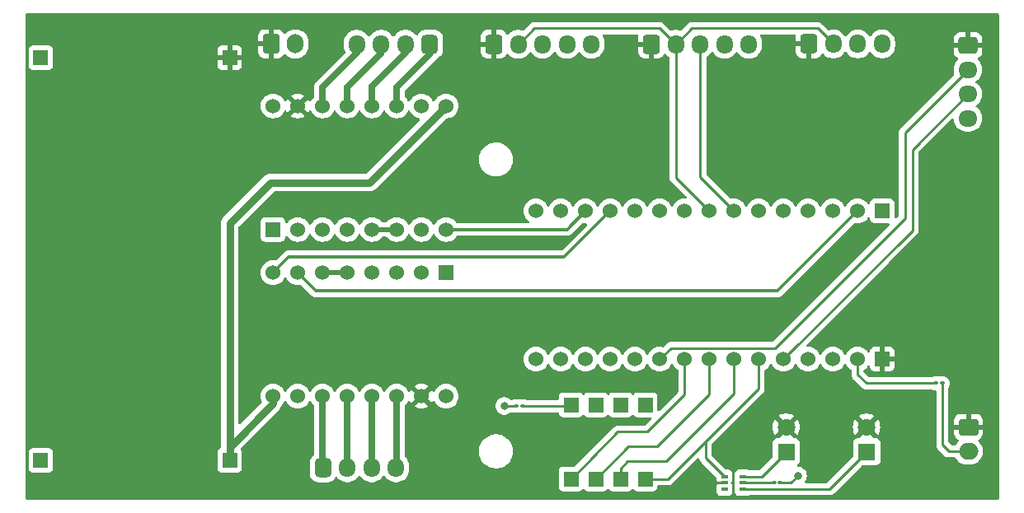
<source format=gbr>
%TF.GenerationSoftware,KiCad,Pcbnew,8.0.0*%
%TF.CreationDate,2024-03-29T21:56:35+01:00*%
%TF.ProjectId,carte_generale,63617274-655f-4676-956e-6572616c652e,Cyril_ Eliott*%
%TF.SameCoordinates,Original*%
%TF.FileFunction,Copper,L1,Top*%
%TF.FilePolarity,Positive*%
%FSLAX46Y46*%
G04 Gerber Fmt 4.6, Leading zero omitted, Abs format (unit mm)*
G04 Created by KiCad (PCBNEW 8.0.0) date 2024-03-29 21:56:35*
%MOMM*%
%LPD*%
G01*
G04 APERTURE LIST*
G04 Aperture macros list*
%AMRoundRect*
0 Rectangle with rounded corners*
0 $1 Rounding radius*
0 $2 $3 $4 $5 $6 $7 $8 $9 X,Y pos of 4 corners*
0 Add a 4 corners polygon primitive as box body*
4,1,4,$2,$3,$4,$5,$6,$7,$8,$9,$2,$3,0*
0 Add four circle primitives for the rounded corners*
1,1,$1+$1,$2,$3*
1,1,$1+$1,$4,$5*
1,1,$1+$1,$6,$7*
1,1,$1+$1,$8,$9*
0 Add four rect primitives between the rounded corners*
20,1,$1+$1,$2,$3,$4,$5,0*
20,1,$1+$1,$4,$5,$6,$7,0*
20,1,$1+$1,$6,$7,$8,$9,0*
20,1,$1+$1,$8,$9,$2,$3,0*%
G04 Aperture macros list end*
%TA.AperFunction,ComponentPad*%
%ADD10R,1.524000X1.524000*%
%TD*%
%TA.AperFunction,ComponentPad*%
%ADD11R,1.530000X1.530000*%
%TD*%
%TA.AperFunction,ComponentPad*%
%ADD12C,1.530000*%
%TD*%
%TA.AperFunction,ComponentPad*%
%ADD13O,2.000000X1.700000*%
%TD*%
%TA.AperFunction,ComponentPad*%
%ADD14RoundRect,0.250000X-0.750000X0.600000X-0.750000X-0.600000X0.750000X-0.600000X0.750000X0.600000X0*%
%TD*%
%TA.AperFunction,SMDPad,CuDef*%
%ADD15RoundRect,0.100000X-0.130000X-0.100000X0.130000X-0.100000X0.130000X0.100000X-0.130000X0.100000X0*%
%TD*%
%TA.AperFunction,SMDPad,CuDef*%
%ADD16RoundRect,0.100000X0.130000X0.100000X-0.130000X0.100000X-0.130000X-0.100000X0.130000X-0.100000X0*%
%TD*%
%TA.AperFunction,ComponentPad*%
%ADD17RoundRect,0.250000X-0.600000X-0.750000X0.600000X-0.750000X0.600000X0.750000X-0.600000X0.750000X0*%
%TD*%
%TA.AperFunction,ComponentPad*%
%ADD18O,1.700000X2.000000*%
%TD*%
%TA.AperFunction,ComponentPad*%
%ADD19RoundRect,0.250000X-0.725000X0.600000X-0.725000X-0.600000X0.725000X-0.600000X0.725000X0.600000X0*%
%TD*%
%TA.AperFunction,ComponentPad*%
%ADD20O,1.950000X1.700000*%
%TD*%
%TA.AperFunction,ComponentPad*%
%ADD21RoundRect,0.250000X-0.600000X-0.725000X0.600000X-0.725000X0.600000X0.725000X-0.600000X0.725000X0*%
%TD*%
%TA.AperFunction,ComponentPad*%
%ADD22O,1.700000X1.950000*%
%TD*%
%TA.AperFunction,ComponentPad*%
%ADD23R,1.800000X1.800000*%
%TD*%
%TA.AperFunction,ComponentPad*%
%ADD24C,1.800000*%
%TD*%
%TA.AperFunction,ComponentPad*%
%ADD25RoundRect,0.425000X-0.425000X-0.550000X0.425000X-0.550000X0.425000X0.550000X-0.425000X0.550000X0*%
%TD*%
%TA.AperFunction,ComponentPad*%
%ADD26RoundRect,0.425000X0.425000X0.550000X-0.425000X0.550000X-0.425000X-0.550000X0.425000X-0.550000X0*%
%TD*%
%TA.AperFunction,SMDPad,CuDef*%
%ADD27R,0.650000X0.400000*%
%TD*%
%TA.AperFunction,ViaPad*%
%ADD28C,0.800000*%
%TD*%
%TA.AperFunction,Conductor*%
%ADD29C,0.250000*%
%TD*%
%TA.AperFunction,Conductor*%
%ADD30C,0.300000*%
%TD*%
%TA.AperFunction,Conductor*%
%ADD31C,0.700000*%
%TD*%
%TA.AperFunction,Conductor*%
%ADD32C,0.200000*%
%TD*%
%TA.AperFunction,Conductor*%
%ADD33C,0.800000*%
%TD*%
%TA.AperFunction,Conductor*%
%ADD34C,0.500000*%
%TD*%
G04 APERTURE END LIST*
D10*
%TO.P,U5,1*%
%TO.N,BINARY_1*%
X202692000Y-108839000D03*
%TO.P,U5,2*%
%TO.N,BINARY_2*%
X205232000Y-108839000D03*
%TO.P,U5,3*%
%TO.N,BINARY_3*%
X207772000Y-108839000D03*
%TO.P,U5,4*%
%TO.N,SELECT_EQUIPE*%
X210312000Y-108839000D03*
%TO.P,U5,5*%
%TO.N,Net-(R2-Pad1)*%
X210312000Y-101219000D03*
%TO.P,U5,6*%
X207772000Y-101219000D03*
%TO.P,U5,7*%
X205232000Y-101219000D03*
%TO.P,U5,8*%
X202692000Y-101219000D03*
%TD*%
D11*
%TO.P,U4,1,D1/TX*%
%TO.N,STEP2*%
X234655000Y-81280000D03*
D12*
%TO.P,U4,2,D0/RX*%
%TO.N,STEP1*%
X232115000Y-81280000D03*
%TO.P,U4,3,RST*%
%TO.N,unconnected-(U4-RST-Pad3)*%
X229575000Y-81280000D03*
%TO.P,U4,4,GND*%
%TO.N,GND*%
X227035000Y-81280000D03*
%TO.P,U4,5,D2*%
%TO.N,XSDN1*%
X224495000Y-81280000D03*
%TO.P,U4,6,D3*%
%TO.N,XSDN2*%
X221955000Y-81280000D03*
%TO.P,U4,7,D4*%
%TO.N,I2C1_SDA*%
X219415000Y-81280000D03*
%TO.P,U4,8,D5*%
%TO.N,I2C1_SCL*%
X216875000Y-81280000D03*
%TO.P,U4,9,D6*%
%TO.N,unconnected-(U4-D6-Pad9)*%
X214335000Y-81280000D03*
%TO.P,U4,10,D7*%
%TO.N,unconnected-(U4-D7-Pad10)*%
X211795000Y-81280000D03*
%TO.P,U4,11,D8*%
%TO.N,unconnected-(U4-D8-Pad11)*%
X209255000Y-81280000D03*
%TO.P,U4,12,D9*%
%TO.N,DIR1*%
X206715000Y-81280000D03*
%TO.P,U4,13,D10*%
%TO.N,DIR2*%
X204175000Y-81280000D03*
%TO.P,U4,14,D11*%
%TO.N,unconnected-(U4-D11-Pad14)*%
X201635000Y-81280000D03*
%TO.P,U4,15,D12*%
%TO.N,unconnected-(U4-D12-Pad15)*%
X199095000Y-81280000D03*
%TO.P,U4,16,D13*%
%TO.N,unconnected-(U4-D13-Pad16)*%
X199095000Y-96520000D03*
%TO.P,U4,17,3V3*%
%TO.N,V_3.3V*%
X201635000Y-96520000D03*
%TO.P,U4,18,REF*%
%TO.N,unconnected-(U4-REF-Pad18)*%
X204175000Y-96520000D03*
%TO.P,U4,19,A0*%
%TO.N,unconnected-(U4-A0-Pad19)*%
X206715000Y-96520000D03*
%TO.P,U4,20,A1*%
%TO.N,TIRETTE*%
X209255000Y-96520000D03*
%TO.P,U4,21,A2*%
%TO.N,UART2_RX*%
X211795000Y-96520000D03*
%TO.P,U4,22,A3*%
%TO.N,BINARY_1*%
X214335000Y-96520000D03*
%TO.P,U4,23,A4*%
%TO.N,BINARY_2*%
X216875000Y-96520000D03*
%TO.P,U4,24,A5*%
%TO.N,BINARY_3*%
X219415000Y-96520000D03*
%TO.P,U4,25,A6*%
%TO.N,SELECT_EQUIPE*%
X221955000Y-96520000D03*
%TO.P,U4,26,A7*%
%TO.N,UART2_TX*%
X224495000Y-96520000D03*
%TO.P,U4,27,5V*%
%TO.N,unconnected-(U4-5V-Pad27)*%
X227035000Y-96520000D03*
%TO.P,U4,28,RST*%
%TO.N,unconnected-(U4-RST-Pad28)*%
X229575000Y-96520000D03*
%TO.P,U4,29,GND*%
%TO.N,GND*%
X232115000Y-96520000D03*
D11*
%TO.P,U4,30,VIN*%
%TO.N,V_5V*%
X234655000Y-96520000D03*
%TD*%
D13*
%TO.P,J8,2,Pin_2*%
%TO.N,TIRETTE*%
X243500000Y-106000000D03*
D14*
%TO.P,J8,1,Pin_1*%
%TO.N,V_5V*%
X243500000Y-103500000D03*
%TD*%
D15*
%TO.P,R3,2*%
%TO.N,TIRETTE*%
X240820000Y-99000000D03*
%TO.P,R3,1*%
%TO.N,GND*%
X240180000Y-99000000D03*
%TD*%
D16*
%TO.P,R2,1*%
%TO.N,Net-(R2-Pad1)*%
X197714000Y-101346000D03*
%TO.P,R2,2*%
%TO.N,GND*%
X197074000Y-101346000D03*
%TD*%
D10*
%TO.P,U1,1,IN+*%
%TO.N,V_5V*%
X167640000Y-65507600D03*
%TO.P,U1,2,IN-*%
%TO.N,GND*%
X148240000Y-65507600D03*
%TO.P,U1,3,OUT+*%
%TO.N,V_9V*%
X167640000Y-106907600D03*
%TO.P,U1,4,OUT-*%
%TO.N,GND*%
X148240000Y-106907600D03*
%TD*%
D17*
%TO.P,J1,1,Pin_1*%
%TO.N,V_5V*%
X171896400Y-64109600D03*
D18*
%TO.P,J1,2,Pin_2*%
%TO.N,GND*%
X174396400Y-64109600D03*
%TD*%
D11*
%TO.P,U3,1,~ENABLE*%
%TO.N,unconnected-(U3-~ENABLE-Pad1)*%
X172085000Y-83185000D03*
D12*
%TO.P,U3,2,MS1*%
%TO.N,unconnected-(U3-MS1-Pad2)*%
X174625000Y-83185000D03*
%TO.P,U3,3,MS2*%
%TO.N,unconnected-(U3-MS2-Pad3)*%
X177165000Y-83185000D03*
%TO.P,U3,4,MS3*%
%TO.N,unconnected-(U3-MS3-Pad4)*%
X179705000Y-83185000D03*
%TO.P,U3,5,~RESET*%
%TO.N,Net-(U3-~RESET)*%
X182245000Y-83185000D03*
%TO.P,U3,6,~SLEEP*%
X184785000Y-83185000D03*
%TO.P,U3,7,STEP*%
%TO.N,STEP2*%
X187325000Y-83185000D03*
%TO.P,U3,8,DIRECTION*%
%TO.N,DIR2*%
X189865000Y-83185000D03*
%TO.P,U3,9,VMOT*%
%TO.N,V_9V*%
X189865000Y-70485000D03*
%TO.P,U3,10,GND*%
%TO.N,GND*%
X187325000Y-70485000D03*
%TO.P,U3,11,2B*%
%TO.N,M2_B-*%
X184785000Y-70485000D03*
%TO.P,U3,12,2A*%
%TO.N,M2_B+*%
X182245000Y-70485000D03*
%TO.P,U3,13,1A*%
%TO.N,M2_A+*%
X179705000Y-70485000D03*
%TO.P,U3,14,1B*%
%TO.N,M2_A-*%
X177165000Y-70485000D03*
%TO.P,U3,15,VDD*%
%TO.N,V_5V*%
X174625000Y-70485000D03*
%TO.P,U3,16,GND*%
%TO.N,GND*%
X172085000Y-70485000D03*
%TD*%
D19*
%TO.P,J7,1,Pin_1*%
%TO.N,V_5V*%
X243459000Y-64262000D03*
D20*
%TO.P,J7,2,Pin_2*%
%TO.N,UART2_RX*%
X243459000Y-66762000D03*
%TO.P,J7,3,Pin_3*%
%TO.N,UART2_TX*%
X243459000Y-69262000D03*
%TO.P,J7,4,Pin_4*%
%TO.N,GND*%
X243459000Y-71762000D03*
%TD*%
D21*
%TO.P,J2,1,Pin_1*%
%TO.N,V_5V*%
X210947000Y-64135000D03*
D22*
%TO.P,J2,2,Pin_2*%
%TO.N,I2C1_SCL*%
X213447000Y-64135000D03*
%TO.P,J2,3,Pin_3*%
%TO.N,I2C1_SDA*%
X215947000Y-64135000D03*
%TO.P,J2,4,Pin_4*%
%TO.N,XSDN1*%
X218447000Y-64135000D03*
%TO.P,J2,5,Pin_5*%
%TO.N,GND*%
X220947000Y-64135000D03*
%TD*%
D15*
%TO.P,R1,2*%
%TO.N,GND*%
X224155000Y-109220000D03*
%TO.P,R1,1*%
%TO.N,MUX_OUTPUT*%
X223515000Y-109220000D03*
%TD*%
D23*
%TO.P,D2,1,K*%
%TO.N,MUX_INPUT_2*%
X233045000Y-106045000D03*
D24*
%TO.P,D2,2,A*%
%TO.N,V_5V*%
X233045000Y-103505000D03*
%TD*%
D11*
%TO.P,U2,1,~ENABLE*%
%TO.N,unconnected-(U2-~ENABLE-Pad1)*%
X189865000Y-87630000D03*
D12*
%TO.P,U2,2,MS1*%
%TO.N,unconnected-(U2-MS1-Pad2)*%
X187325000Y-87630000D03*
%TO.P,U2,3,MS2*%
%TO.N,unconnected-(U2-MS2-Pad3)*%
X184785000Y-87630000D03*
%TO.P,U2,4,MS3*%
%TO.N,unconnected-(U2-MS3-Pad4)*%
X182245000Y-87630000D03*
%TO.P,U2,5,~RESET*%
%TO.N,Net-(U2-~RESET)*%
X179705000Y-87630000D03*
%TO.P,U2,6,~SLEEP*%
X177165000Y-87630000D03*
%TO.P,U2,7,STEP*%
%TO.N,STEP1*%
X174625000Y-87630000D03*
%TO.P,U2,8,DIRECTION*%
%TO.N,DIR1*%
X172085000Y-87630000D03*
%TO.P,U2,9,VMOT*%
%TO.N,V_9V*%
X172085000Y-100330000D03*
%TO.P,U2,10,GND*%
%TO.N,GND*%
X174625000Y-100330000D03*
%TO.P,U2,11,2B*%
%TO.N,M1_B-*%
X177165000Y-100330000D03*
%TO.P,U2,12,2A*%
%TO.N,M1_B+*%
X179705000Y-100330000D03*
%TO.P,U2,13,1A*%
%TO.N,M1_A+*%
X182245000Y-100330000D03*
%TO.P,U2,14,1B*%
%TO.N,M1_A-*%
X184785000Y-100330000D03*
%TO.P,U2,15,VDD*%
%TO.N,V_5V*%
X187325000Y-100330000D03*
%TO.P,U2,16,GND*%
%TO.N,GND*%
X189865000Y-100330000D03*
%TD*%
D23*
%TO.P,D1,1,K*%
%TO.N,MUX_INPUT_1*%
X224790000Y-106045000D03*
D24*
%TO.P,D1,2,A*%
%TO.N,V_5V*%
X224790000Y-103505000D03*
%TD*%
D25*
%TO.P,J6,1,Pin_1*%
%TO.N,M2_B-*%
X188195600Y-64135000D03*
D22*
%TO.P,J6,2,Pin_2*%
%TO.N,M2_B+*%
X185695600Y-64135000D03*
%TO.P,J6,3,Pin_3*%
%TO.N,M2_A+*%
X183195600Y-64135000D03*
%TO.P,J6,4,Pin_4*%
%TO.N,M2_A-*%
X180695600Y-64135000D03*
%TD*%
D21*
%TO.P,J4,1,Pin_1*%
%TO.N,V_5V*%
X194771000Y-64135000D03*
D22*
%TO.P,J4,2,Pin_2*%
%TO.N,I2C1_SCL*%
X197271000Y-64135000D03*
%TO.P,J4,3,Pin_3*%
%TO.N,I2C1_SDA*%
X199771000Y-64135000D03*
%TO.P,J4,4,Pin_4*%
%TO.N,XSDN2*%
X202271000Y-64135000D03*
%TO.P,J4,5,Pin_5*%
%TO.N,GND*%
X204771000Y-64135000D03*
%TD*%
D26*
%TO.P,J5,1,Pin_1*%
%TO.N,M1_B-*%
X177225000Y-107696000D03*
D22*
%TO.P,J5,2,Pin_2*%
%TO.N,M1_B+*%
X179725000Y-107696000D03*
%TO.P,J5,3,Pin_3*%
%TO.N,M1_A+*%
X182225000Y-107696000D03*
%TO.P,J5,4,Pin_4*%
%TO.N,M1_A-*%
X184725000Y-107696000D03*
%TD*%
D21*
%TO.P,J3,1,Pin_1*%
%TO.N,V_5V*%
X227136000Y-64118000D03*
D22*
%TO.P,J3,2,Pin_2*%
%TO.N,I2C1_SCL*%
X229636000Y-64118000D03*
%TO.P,J3,3,Pin_3*%
%TO.N,I2C1_SDA*%
X232136000Y-64118000D03*
%TO.P,J3,4,Pin_4*%
%TO.N,GND*%
X234636000Y-64118000D03*
%TD*%
D27*
%TO.P,U7,1,IN*%
%TO.N,SELECT_EQUIPE*%
X218445000Y-108585000D03*
%TO.P,U7,2,V+*%
%TO.N,V_5V*%
X218445000Y-109235000D03*
%TO.P,U7,3,GND*%
%TO.N,GND*%
X218445000Y-109885000D03*
%TO.P,U7,4,NC*%
%TO.N,MUX_INPUT_2*%
X220345000Y-109885000D03*
%TO.P,U7,5,COM*%
%TO.N,MUX_OUTPUT*%
X220345000Y-109235000D03*
%TO.P,U7,6,NO*%
%TO.N,MUX_INPUT_1*%
X220345000Y-108585000D03*
%TD*%
D28*
%TO.N,GND*%
X226000000Y-108500000D03*
%TO.N,V_5V*%
X216000000Y-109220000D03*
%TO.N,GND*%
X195834000Y-101346000D03*
%TD*%
D29*
%TO.N,BINARY_1*%
X205031000Y-106500000D02*
X202692000Y-108839000D01*
X205031000Y-106469000D02*
X205031000Y-106500000D01*
X207500000Y-104000000D02*
X205031000Y-106469000D01*
X214335000Y-100165000D02*
X210500000Y-104000000D01*
X214335000Y-96520000D02*
X214335000Y-100165000D01*
X210500000Y-104000000D02*
X207500000Y-104000000D01*
%TO.N,BINARY_2*%
X216875000Y-100125000D02*
X216875000Y-96520000D01*
X211500000Y-105500000D02*
X216875000Y-100125000D01*
X208571000Y-105500000D02*
X211500000Y-105500000D01*
X205232000Y-108839000D02*
X208571000Y-105500000D01*
%TO.N,BINARY_3*%
X219415000Y-100085000D02*
X219415000Y-96520000D01*
X208500000Y-107000000D02*
X212500000Y-107000000D01*
X212500000Y-107000000D02*
X219415000Y-100085000D01*
X207772000Y-107728000D02*
X208500000Y-107000000D01*
X207772000Y-108839000D02*
X207772000Y-107728000D01*
%TO.N,SELECT_EQUIPE*%
X216500000Y-106645000D02*
X216500000Y-105000000D01*
X218445000Y-108585000D02*
X218440000Y-108585000D01*
X216500000Y-105000000D02*
X221955000Y-99545000D01*
X218440000Y-108585000D02*
X216500000Y-106645000D01*
X212661000Y-108839000D02*
X216500000Y-105000000D01*
X221955000Y-99545000D02*
X221955000Y-96520000D01*
X210312000Y-108839000D02*
X212661000Y-108839000D01*
%TO.N,BINARY_2*%
X205661000Y-108839000D02*
X205232000Y-108839000D01*
%TO.N,BINARY_3*%
X208161000Y-108839000D02*
X207772000Y-108839000D01*
%TO.N,I2C1_SCL*%
X228018000Y-62500000D02*
X229636000Y-64118000D01*
X215082000Y-62500000D02*
X228018000Y-62500000D01*
X213447000Y-64135000D02*
X215082000Y-62500000D01*
X198906000Y-62500000D02*
X197271000Y-64135000D01*
X211812000Y-62500000D02*
X198906000Y-62500000D01*
X213447000Y-64135000D02*
X211812000Y-62500000D01*
%TO.N,TIRETTE*%
X241500000Y-106000000D02*
X240820000Y-105320000D01*
X243500000Y-106000000D02*
X241500000Y-106000000D01*
X240820000Y-105320000D02*
X240820000Y-99000000D01*
%TO.N,GND*%
X232115000Y-98115000D02*
X233000000Y-99000000D01*
X232115000Y-96520000D02*
X232115000Y-98115000D01*
X233000000Y-99000000D02*
X240180000Y-99000000D01*
%TO.N,V_5V*%
X216000000Y-109220000D02*
X216015000Y-109235000D01*
X216015000Y-109235000D02*
X218445000Y-109235000D01*
%TO.N,MUX_OUTPUT*%
X220360000Y-109220000D02*
X220345000Y-109235000D01*
X223515000Y-109220000D02*
X220360000Y-109220000D01*
%TO.N,GND*%
X225280000Y-109220000D02*
X226000000Y-108500000D01*
X224155000Y-109220000D02*
X225280000Y-109220000D01*
%TO.N,Net-(R2-Pad1)*%
X202565000Y-101346000D02*
X202692000Y-101219000D01*
X197714000Y-101346000D02*
X202565000Y-101346000D01*
D30*
%TO.N,DIR1*%
X173715000Y-86000000D02*
X201995000Y-86000000D01*
X201995000Y-86000000D02*
X206715000Y-81280000D01*
X172085000Y-87630000D02*
X173715000Y-86000000D01*
D29*
%TO.N,V_5V*%
X241520000Y-96520000D02*
X234655000Y-96520000D01*
X243500000Y-98500000D02*
X241520000Y-96520000D01*
X243500000Y-103500000D02*
X243500000Y-98500000D01*
D30*
%TO.N,STEP1*%
X223895000Y-89500000D02*
X232115000Y-81280000D01*
X176495000Y-89500000D02*
X223895000Y-89500000D01*
X174625000Y-87630000D02*
X176495000Y-89500000D01*
D29*
%TO.N,MUX_INPUT_1*%
X222250000Y-108585000D02*
X224790000Y-106045000D01*
X220345000Y-108585000D02*
X222250000Y-108585000D01*
%TO.N,MUX_INPUT_2*%
X229205000Y-109885000D02*
X233045000Y-106045000D01*
X220345000Y-109885000D02*
X229205000Y-109885000D01*
%TO.N,GND*%
X197074000Y-101346000D02*
X195834000Y-101346000D01*
%TO.N,I2C1_SCL*%
X213447000Y-64135000D02*
X213447000Y-77852000D01*
X213447000Y-77852000D02*
X216875000Y-81280000D01*
%TO.N,I2C1_SDA*%
X215947000Y-64135000D02*
X215947000Y-77812000D01*
X215947000Y-77812000D02*
X219415000Y-81280000D01*
D31*
%TO.N,M1_B-*%
X177165000Y-107636000D02*
X177165000Y-100330000D01*
D32*
X177225000Y-107696000D02*
X177165000Y-107636000D01*
D31*
%TO.N,M1_B+*%
X179705000Y-100330000D02*
X179705000Y-107676000D01*
D32*
X179705000Y-107676000D02*
X179725000Y-107696000D01*
D31*
%TO.N,M1_A+*%
X182225000Y-107696000D02*
X182225000Y-100350000D01*
D32*
X182225000Y-100350000D02*
X182245000Y-100330000D01*
D31*
%TO.N,M1_A-*%
X184785000Y-100330000D02*
X184785000Y-107636000D01*
D32*
X184785000Y-107636000D02*
X184725000Y-107696000D01*
D31*
%TO.N,M2_B-*%
X188195600Y-65169400D02*
X184785000Y-68580000D01*
X188195600Y-64135000D02*
X188195600Y-65169400D01*
X184785000Y-68580000D02*
X184785000Y-70485000D01*
%TO.N,M2_B+*%
X182245000Y-68453000D02*
X182245000Y-70485000D01*
X185695600Y-65002400D02*
X182245000Y-68453000D01*
X185695600Y-64135000D02*
X185695600Y-65002400D01*
%TO.N,M2_A+*%
X179705000Y-68580000D02*
X179705000Y-70485000D01*
X183195600Y-65089400D02*
X179705000Y-68580000D01*
X183195600Y-64135000D02*
X183195600Y-65089400D01*
%TO.N,M2_A-*%
X177165000Y-68580000D02*
X177165000Y-70485000D01*
X180695600Y-65049400D02*
X177165000Y-68580000D01*
X180695600Y-64135000D02*
X180695600Y-65049400D01*
D29*
%TO.N,UART2_RX*%
X236982000Y-73239000D02*
X236982000Y-82042000D01*
X236982000Y-82042000D02*
X223647000Y-95377000D01*
X223647000Y-95377000D02*
X212938000Y-95377000D01*
X243459000Y-66762000D02*
X236982000Y-73239000D01*
X212938000Y-95377000D02*
X211795000Y-96520000D01*
%TO.N,UART2_TX*%
X243459000Y-69262000D02*
X237744000Y-74977000D01*
X237744000Y-74977000D02*
X237744000Y-83271000D01*
X237744000Y-83271000D02*
X224495000Y-96520000D01*
D33*
%TO.N,V_9V*%
X181991000Y-78359000D02*
X189865000Y-70485000D01*
X167640000Y-106907600D02*
X167640000Y-82550000D01*
X167640000Y-105537000D02*
X172085000Y-101092000D01*
X171831000Y-78359000D02*
X181991000Y-78359000D01*
X167640000Y-82550000D02*
X171831000Y-78359000D01*
X167640000Y-106907600D02*
X167640000Y-105537000D01*
X172085000Y-101092000D02*
X172085000Y-100330000D01*
D34*
%TO.N,Net-(U2-~RESET)*%
X177165000Y-87630000D02*
X179705000Y-87630000D01*
%TO.N,Net-(U3-~RESET)*%
X182245000Y-83185000D02*
X184785000Y-83185000D01*
D30*
%TO.N,DIR2*%
X202270000Y-83185000D02*
X204175000Y-81280000D01*
X189865000Y-83185000D02*
X202270000Y-83185000D01*
D29*
%TO.N,SELECT_EQUIPE*%
X210312000Y-108839000D02*
X210312000Y-108163000D01*
%TD*%
%TA.AperFunction,Conductor*%
%TO.N,V_5V*%
G36*
X246577039Y-60979685D02*
G01*
X246622794Y-61032489D01*
X246634000Y-61084000D01*
X246634000Y-110836000D01*
X246614315Y-110903039D01*
X246561511Y-110948794D01*
X246510000Y-110960000D01*
X146809000Y-110960000D01*
X146741961Y-110940315D01*
X146696206Y-110887511D01*
X146685000Y-110836000D01*
X146685000Y-107717470D01*
X146977500Y-107717470D01*
X146977501Y-107717476D01*
X146983908Y-107777083D01*
X147034202Y-107911928D01*
X147034206Y-107911935D01*
X147120452Y-108027144D01*
X147120455Y-108027147D01*
X147235664Y-108113393D01*
X147235671Y-108113397D01*
X147370517Y-108163691D01*
X147370516Y-108163691D01*
X147377444Y-108164435D01*
X147430127Y-108170100D01*
X149049872Y-108170099D01*
X149109483Y-108163691D01*
X149244331Y-108113396D01*
X149359546Y-108027146D01*
X149445796Y-107911931D01*
X149496091Y-107777083D01*
X149502500Y-107717473D01*
X149502500Y-107717470D01*
X166377500Y-107717470D01*
X166377501Y-107717476D01*
X166383908Y-107777083D01*
X166434202Y-107911928D01*
X166434206Y-107911935D01*
X166520452Y-108027144D01*
X166520455Y-108027147D01*
X166635664Y-108113393D01*
X166635671Y-108113397D01*
X166770517Y-108163691D01*
X166770516Y-108163691D01*
X166777444Y-108164435D01*
X166830127Y-108170100D01*
X168449872Y-108170099D01*
X168509483Y-108163691D01*
X168644331Y-108113396D01*
X168759546Y-108027146D01*
X168845796Y-107911931D01*
X168896091Y-107777083D01*
X168902500Y-107717473D01*
X168902499Y-106097728D01*
X168896091Y-106038117D01*
X168876599Y-105985857D01*
X168845797Y-105903271D01*
X168845796Y-105903269D01*
X168782366Y-105818538D01*
X168757949Y-105753074D01*
X168772800Y-105684801D01*
X168793949Y-105656549D01*
X172784463Y-101666036D01*
X172784464Y-101666035D01*
X172883013Y-101518547D01*
X172950894Y-101354666D01*
X172968603Y-101265634D01*
X173000986Y-101203728D01*
X173002467Y-101202219D01*
X173058132Y-101146555D01*
X173185142Y-100965167D01*
X173242618Y-100841907D01*
X173288790Y-100789468D01*
X173355983Y-100770316D01*
X173422864Y-100790531D01*
X173467381Y-100841907D01*
X173524858Y-100965167D01*
X173651868Y-101146555D01*
X173808445Y-101303132D01*
X173989833Y-101430142D01*
X174110572Y-101486443D01*
X174190513Y-101523720D01*
X174190515Y-101523720D01*
X174190520Y-101523723D01*
X174404409Y-101581035D01*
X174561974Y-101594820D01*
X174624998Y-101600334D01*
X174625000Y-101600334D01*
X174625002Y-101600334D01*
X174680147Y-101595509D01*
X174845591Y-101581035D01*
X175059480Y-101523723D01*
X175260167Y-101430142D01*
X175441555Y-101303132D01*
X175598132Y-101146555D01*
X175725142Y-100965167D01*
X175782618Y-100841907D01*
X175828790Y-100789468D01*
X175895983Y-100770316D01*
X175962864Y-100790531D01*
X176007381Y-100841907D01*
X176064858Y-100965167D01*
X176191867Y-101146553D01*
X176191868Y-101146555D01*
X176278181Y-101232868D01*
X176311666Y-101294191D01*
X176314500Y-101320549D01*
X176314500Y-106289109D01*
X176294815Y-106356148D01*
X176268536Y-106385475D01*
X176141968Y-106487968D01*
X176019534Y-106639161D01*
X175931212Y-106812504D01*
X175880858Y-107000425D01*
X175874500Y-107081216D01*
X175874500Y-108310783D01*
X175880858Y-108391574D01*
X175880858Y-108391577D01*
X175880859Y-108391578D01*
X175931212Y-108579496D01*
X176019535Y-108752840D01*
X176141968Y-108904032D01*
X176293160Y-109026465D01*
X176466504Y-109114788D01*
X176654422Y-109165141D01*
X176735222Y-109171500D01*
X176735230Y-109171500D01*
X177714770Y-109171500D01*
X177714778Y-109171500D01*
X177795578Y-109165141D01*
X177983496Y-109114788D01*
X178156840Y-109026465D01*
X178308032Y-108904032D01*
X178430465Y-108752840D01*
X178463190Y-108688612D01*
X178511163Y-108637817D01*
X178578984Y-108621021D01*
X178645119Y-108643558D01*
X178673994Y-108672023D01*
X178694892Y-108700788D01*
X178845213Y-108851109D01*
X179017179Y-108976048D01*
X179017181Y-108976049D01*
X179017184Y-108976051D01*
X179206588Y-109072557D01*
X179408757Y-109138246D01*
X179618713Y-109171500D01*
X179618714Y-109171500D01*
X179831286Y-109171500D01*
X179831287Y-109171500D01*
X180041243Y-109138246D01*
X180243412Y-109072557D01*
X180432816Y-108976051D01*
X180502258Y-108925599D01*
X180604786Y-108851109D01*
X180604788Y-108851106D01*
X180604792Y-108851104D01*
X180755104Y-108700792D01*
X180874683Y-108536204D01*
X180930011Y-108493540D01*
X180999624Y-108487561D01*
X181061420Y-108520166D01*
X181075313Y-108536199D01*
X181157333Y-108649090D01*
X181194896Y-108700792D01*
X181345213Y-108851109D01*
X181517179Y-108976048D01*
X181517181Y-108976049D01*
X181517184Y-108976051D01*
X181706588Y-109072557D01*
X181908757Y-109138246D01*
X182118713Y-109171500D01*
X182118714Y-109171500D01*
X182331286Y-109171500D01*
X182331287Y-109171500D01*
X182541243Y-109138246D01*
X182743412Y-109072557D01*
X182932816Y-108976051D01*
X183002258Y-108925599D01*
X183104786Y-108851109D01*
X183104788Y-108851106D01*
X183104792Y-108851104D01*
X183255104Y-108700792D01*
X183374683Y-108536204D01*
X183430011Y-108493540D01*
X183499624Y-108487561D01*
X183561420Y-108520166D01*
X183575313Y-108536199D01*
X183657333Y-108649090D01*
X183694896Y-108700792D01*
X183845213Y-108851109D01*
X184017179Y-108976048D01*
X184017181Y-108976049D01*
X184017184Y-108976051D01*
X184206588Y-109072557D01*
X184408757Y-109138246D01*
X184618713Y-109171500D01*
X184618714Y-109171500D01*
X184831286Y-109171500D01*
X184831287Y-109171500D01*
X185041243Y-109138246D01*
X185243412Y-109072557D01*
X185432816Y-108976051D01*
X185502258Y-108925599D01*
X185604786Y-108851109D01*
X185604788Y-108851106D01*
X185604792Y-108851104D01*
X185755104Y-108700792D01*
X185755106Y-108700788D01*
X185755109Y-108700786D01*
X185874820Y-108536016D01*
X185880051Y-108528816D01*
X185976557Y-108339412D01*
X186042246Y-108137243D01*
X186075500Y-107927287D01*
X186075500Y-107464713D01*
X186042246Y-107254757D01*
X185976557Y-107052588D01*
X185880051Y-106863184D01*
X185880049Y-106863181D01*
X185880048Y-106863179D01*
X185755109Y-106691213D01*
X185671819Y-106607923D01*
X185638334Y-106546600D01*
X185635500Y-106520242D01*
X185635500Y-106114741D01*
X193249500Y-106114741D01*
X193265051Y-106232853D01*
X193279452Y-106342238D01*
X193334565Y-106547923D01*
X193338842Y-106563887D01*
X193426650Y-106775876D01*
X193426657Y-106775890D01*
X193541392Y-106974617D01*
X193681081Y-107156661D01*
X193681089Y-107156670D01*
X193843330Y-107318911D01*
X193843338Y-107318918D01*
X194025382Y-107458607D01*
X194025385Y-107458608D01*
X194025388Y-107458611D01*
X194224112Y-107573344D01*
X194224117Y-107573346D01*
X194224123Y-107573349D01*
X194290447Y-107600821D01*
X194436113Y-107661158D01*
X194657762Y-107720548D01*
X194885266Y-107750500D01*
X194885273Y-107750500D01*
X195114727Y-107750500D01*
X195114734Y-107750500D01*
X195342238Y-107720548D01*
X195563887Y-107661158D01*
X195775888Y-107573344D01*
X195974612Y-107458611D01*
X196156661Y-107318919D01*
X196156665Y-107318914D01*
X196156670Y-107318911D01*
X196318911Y-107156670D01*
X196318914Y-107156665D01*
X196318919Y-107156661D01*
X196458611Y-106974612D01*
X196573344Y-106775888D01*
X196661158Y-106563887D01*
X196720548Y-106342238D01*
X196750500Y-106114734D01*
X196750500Y-105885266D01*
X196720548Y-105657762D01*
X196661158Y-105436113D01*
X196607593Y-105306797D01*
X196573349Y-105224123D01*
X196573346Y-105224117D01*
X196573344Y-105224112D01*
X196458611Y-105025388D01*
X196458608Y-105025385D01*
X196458607Y-105025382D01*
X196340655Y-104871666D01*
X196318919Y-104843339D01*
X196318918Y-104843338D01*
X196318911Y-104843330D01*
X196156670Y-104681089D01*
X196156661Y-104681081D01*
X195974617Y-104541392D01*
X195937710Y-104520084D01*
X195775888Y-104426656D01*
X195775876Y-104426650D01*
X195563887Y-104338842D01*
X195342238Y-104279452D01*
X195304215Y-104274446D01*
X195114741Y-104249500D01*
X195114734Y-104249500D01*
X194885266Y-104249500D01*
X194885258Y-104249500D01*
X194668715Y-104278009D01*
X194657762Y-104279452D01*
X194571248Y-104302633D01*
X194436112Y-104338842D01*
X194224123Y-104426650D01*
X194224109Y-104426657D01*
X194025382Y-104541392D01*
X193843338Y-104681081D01*
X193681081Y-104843338D01*
X193541392Y-105025382D01*
X193426657Y-105224109D01*
X193426650Y-105224123D01*
X193338842Y-105436112D01*
X193338842Y-105436113D01*
X193281128Y-105651509D01*
X193279453Y-105657759D01*
X193279451Y-105657770D01*
X193249500Y-105885258D01*
X193249500Y-106114741D01*
X185635500Y-106114741D01*
X185635500Y-101320549D01*
X185655185Y-101253510D01*
X185671819Y-101232868D01*
X185702540Y-101202147D01*
X185758132Y-101146555D01*
X185885142Y-100965167D01*
X185942895Y-100841312D01*
X185989064Y-100788878D01*
X186056258Y-100769725D01*
X186123139Y-100789940D01*
X186167657Y-100841316D01*
X186225295Y-100964919D01*
X186271103Y-101030341D01*
X186271105Y-101030342D01*
X186833871Y-100467575D01*
X186849755Y-100526853D01*
X186916898Y-100643147D01*
X187011853Y-100738102D01*
X187128147Y-100805245D01*
X187187424Y-100821128D01*
X186624656Y-101383894D01*
X186690083Y-101429706D01*
X186690085Y-101429707D01*
X186890690Y-101523250D01*
X186890699Y-101523254D01*
X187104490Y-101580538D01*
X187104500Y-101580540D01*
X187324999Y-101599832D01*
X187325001Y-101599832D01*
X187545499Y-101580540D01*
X187545509Y-101580538D01*
X187759300Y-101523254D01*
X187759309Y-101523250D01*
X187959915Y-101429706D01*
X188025342Y-101383894D01*
X187462575Y-100821127D01*
X187521853Y-100805245D01*
X187638147Y-100738102D01*
X187733102Y-100643147D01*
X187800245Y-100526853D01*
X187816128Y-100467575D01*
X188378894Y-101030342D01*
X188424707Y-100964914D01*
X188424708Y-100964912D01*
X188482342Y-100841317D01*
X188528514Y-100788877D01*
X188595707Y-100769725D01*
X188662589Y-100789941D01*
X188707106Y-100841317D01*
X188764739Y-100964912D01*
X188764858Y-100965167D01*
X188891868Y-101146555D01*
X189048445Y-101303132D01*
X189229833Y-101430142D01*
X189350572Y-101486443D01*
X189430513Y-101523720D01*
X189430515Y-101523720D01*
X189430520Y-101523723D01*
X189644409Y-101581035D01*
X189801974Y-101594820D01*
X189864998Y-101600334D01*
X189865000Y-101600334D01*
X189865002Y-101600334D01*
X189920147Y-101595509D01*
X190085591Y-101581035D01*
X190299480Y-101523723D01*
X190500167Y-101430142D01*
X190681555Y-101303132D01*
X190838132Y-101146555D01*
X190965142Y-100965167D01*
X191058723Y-100764480D01*
X191116035Y-100550591D01*
X191135334Y-100330000D01*
X191133970Y-100314414D01*
X191125244Y-100214669D01*
X191116035Y-100109409D01*
X191058723Y-99895520D01*
X191046574Y-99869467D01*
X190980352Y-99727452D01*
X190965142Y-99694833D01*
X190838132Y-99513445D01*
X190681555Y-99356868D01*
X190500167Y-99229858D01*
X190500163Y-99229856D01*
X190299486Y-99136279D01*
X190299475Y-99136275D01*
X190085592Y-99078965D01*
X190085585Y-99078964D01*
X189865002Y-99059666D01*
X189864998Y-99059666D01*
X189644414Y-99078964D01*
X189644407Y-99078965D01*
X189430524Y-99136275D01*
X189430513Y-99136279D01*
X189229836Y-99229856D01*
X189229834Y-99229857D01*
X189048444Y-99356868D01*
X188891868Y-99513444D01*
X188764857Y-99694833D01*
X188707106Y-99818683D01*
X188660934Y-99871122D01*
X188593740Y-99890274D01*
X188526859Y-99870058D01*
X188482342Y-99818683D01*
X188424707Y-99695085D01*
X188424706Y-99695083D01*
X188378894Y-99629657D01*
X188378894Y-99629656D01*
X187816127Y-100192423D01*
X187800245Y-100133147D01*
X187733102Y-100016853D01*
X187638147Y-99921898D01*
X187521853Y-99854755D01*
X187462575Y-99838872D01*
X188025342Y-99276105D01*
X188025341Y-99276103D01*
X187959919Y-99230295D01*
X187759309Y-99136749D01*
X187759300Y-99136745D01*
X187545509Y-99079461D01*
X187545499Y-99079459D01*
X187325001Y-99060168D01*
X187324999Y-99060168D01*
X187104500Y-99079459D01*
X187104490Y-99079461D01*
X186890699Y-99136745D01*
X186890690Y-99136749D01*
X186690084Y-99230293D01*
X186624657Y-99276104D01*
X187187424Y-99838871D01*
X187128147Y-99854755D01*
X187011853Y-99921898D01*
X186916898Y-100016853D01*
X186849755Y-100133147D01*
X186833871Y-100192424D01*
X186271104Y-99629657D01*
X186225293Y-99695084D01*
X186167657Y-99818683D01*
X186121484Y-99871122D01*
X186054290Y-99890274D01*
X185987409Y-99870058D01*
X185942893Y-99818682D01*
X185885142Y-99694833D01*
X185758132Y-99513445D01*
X185601555Y-99356868D01*
X185420167Y-99229858D01*
X185420163Y-99229856D01*
X185219486Y-99136279D01*
X185219475Y-99136275D01*
X185005592Y-99078965D01*
X185005585Y-99078964D01*
X184785002Y-99059666D01*
X184784998Y-99059666D01*
X184564414Y-99078964D01*
X184564407Y-99078965D01*
X184350524Y-99136275D01*
X184350513Y-99136279D01*
X184149836Y-99229856D01*
X184149834Y-99229857D01*
X183968444Y-99356868D01*
X183811868Y-99513444D01*
X183684857Y-99694834D01*
X183684856Y-99694836D01*
X183627382Y-99818091D01*
X183581210Y-99870531D01*
X183514017Y-99889683D01*
X183447135Y-99869467D01*
X183402618Y-99818091D01*
X183356963Y-99720183D01*
X183345142Y-99694833D01*
X183218132Y-99513445D01*
X183061555Y-99356868D01*
X182880167Y-99229858D01*
X182880163Y-99229856D01*
X182679486Y-99136279D01*
X182679475Y-99136275D01*
X182465592Y-99078965D01*
X182465585Y-99078964D01*
X182245002Y-99059666D01*
X182244998Y-99059666D01*
X182024414Y-99078964D01*
X182024407Y-99078965D01*
X181810524Y-99136275D01*
X181810513Y-99136279D01*
X181609836Y-99229856D01*
X181609834Y-99229857D01*
X181428444Y-99356868D01*
X181271868Y-99513444D01*
X181144857Y-99694834D01*
X181144856Y-99694836D01*
X181087382Y-99818091D01*
X181041210Y-99870531D01*
X180974017Y-99889683D01*
X180907135Y-99869467D01*
X180862618Y-99818091D01*
X180816963Y-99720183D01*
X180805142Y-99694833D01*
X180678132Y-99513445D01*
X180521555Y-99356868D01*
X180340167Y-99229858D01*
X180340163Y-99229856D01*
X180139486Y-99136279D01*
X180139475Y-99136275D01*
X179925592Y-99078965D01*
X179925585Y-99078964D01*
X179705002Y-99059666D01*
X179704998Y-99059666D01*
X179484414Y-99078964D01*
X179484407Y-99078965D01*
X179270524Y-99136275D01*
X179270513Y-99136279D01*
X179069836Y-99229856D01*
X179069834Y-99229857D01*
X178888444Y-99356868D01*
X178731868Y-99513444D01*
X178604857Y-99694834D01*
X178604856Y-99694836D01*
X178547382Y-99818091D01*
X178501210Y-99870531D01*
X178434017Y-99889683D01*
X178367135Y-99869467D01*
X178322618Y-99818091D01*
X178276963Y-99720183D01*
X178265142Y-99694833D01*
X178138132Y-99513445D01*
X177981555Y-99356868D01*
X177800167Y-99229858D01*
X177800163Y-99229856D01*
X177599486Y-99136279D01*
X177599475Y-99136275D01*
X177385592Y-99078965D01*
X177385585Y-99078964D01*
X177165002Y-99059666D01*
X177164998Y-99059666D01*
X176944414Y-99078964D01*
X176944407Y-99078965D01*
X176730524Y-99136275D01*
X176730513Y-99136279D01*
X176529836Y-99229856D01*
X176529834Y-99229857D01*
X176348444Y-99356868D01*
X176191868Y-99513444D01*
X176064857Y-99694834D01*
X176064856Y-99694836D01*
X176007382Y-99818091D01*
X175961210Y-99870531D01*
X175894017Y-99889683D01*
X175827135Y-99869467D01*
X175782618Y-99818091D01*
X175736963Y-99720183D01*
X175725142Y-99694833D01*
X175598132Y-99513445D01*
X175441555Y-99356868D01*
X175260167Y-99229858D01*
X175260163Y-99229856D01*
X175059486Y-99136279D01*
X175059475Y-99136275D01*
X174845592Y-99078965D01*
X174845585Y-99078964D01*
X174625002Y-99059666D01*
X174624998Y-99059666D01*
X174404414Y-99078964D01*
X174404407Y-99078965D01*
X174190524Y-99136275D01*
X174190513Y-99136279D01*
X173989836Y-99229856D01*
X173989834Y-99229857D01*
X173808444Y-99356868D01*
X173651868Y-99513444D01*
X173524857Y-99694834D01*
X173524856Y-99694836D01*
X173467382Y-99818091D01*
X173421210Y-99870531D01*
X173354017Y-99889683D01*
X173287135Y-99869467D01*
X173242618Y-99818091D01*
X173196963Y-99720183D01*
X173185142Y-99694833D01*
X173058132Y-99513445D01*
X172901555Y-99356868D01*
X172720167Y-99229858D01*
X172720163Y-99229856D01*
X172519486Y-99136279D01*
X172519475Y-99136275D01*
X172305592Y-99078965D01*
X172305585Y-99078964D01*
X172085002Y-99059666D01*
X172084998Y-99059666D01*
X171864414Y-99078964D01*
X171864407Y-99078965D01*
X171650524Y-99136275D01*
X171650513Y-99136279D01*
X171449836Y-99229856D01*
X171449834Y-99229857D01*
X171268444Y-99356868D01*
X171111868Y-99513444D01*
X170984857Y-99694834D01*
X170984856Y-99694836D01*
X170891279Y-99895513D01*
X170891275Y-99895524D01*
X170833965Y-100109407D01*
X170833964Y-100109414D01*
X170814666Y-100329998D01*
X170814666Y-100330001D01*
X170833964Y-100550585D01*
X170833965Y-100550592D01*
X170891275Y-100764476D01*
X170933369Y-100854748D01*
X170943860Y-100923825D01*
X170915339Y-100987609D01*
X170908667Y-100994832D01*
X168752181Y-103151319D01*
X168690858Y-103184804D01*
X168621166Y-103179820D01*
X168565233Y-103137948D01*
X168540816Y-103072484D01*
X168540500Y-103063638D01*
X168540500Y-87630001D01*
X170814666Y-87630001D01*
X170833964Y-87850585D01*
X170833965Y-87850592D01*
X170891275Y-88064475D01*
X170891279Y-88064486D01*
X170984856Y-88265163D01*
X170984858Y-88265167D01*
X171111868Y-88446555D01*
X171268445Y-88603132D01*
X171449833Y-88730142D01*
X171550345Y-88777011D01*
X171650513Y-88823720D01*
X171650515Y-88823720D01*
X171650520Y-88823723D01*
X171864409Y-88881035D01*
X172021974Y-88894820D01*
X172084998Y-88900334D01*
X172085000Y-88900334D01*
X172085002Y-88900334D01*
X172140147Y-88895509D01*
X172305591Y-88881035D01*
X172519480Y-88823723D01*
X172720167Y-88730142D01*
X172901555Y-88603132D01*
X173058132Y-88446555D01*
X173185142Y-88265167D01*
X173242618Y-88141907D01*
X173288790Y-88089468D01*
X173355983Y-88070316D01*
X173422864Y-88090531D01*
X173467381Y-88141907D01*
X173524858Y-88265167D01*
X173651868Y-88446555D01*
X173808445Y-88603132D01*
X173989833Y-88730142D01*
X174090345Y-88777011D01*
X174190513Y-88823720D01*
X174190515Y-88823720D01*
X174190520Y-88823723D01*
X174404409Y-88881035D01*
X174561974Y-88894820D01*
X174624998Y-88900334D01*
X174625000Y-88900334D01*
X174625002Y-88900334D01*
X174655575Y-88897659D01*
X174845591Y-88881035D01*
X174863581Y-88876214D01*
X174933429Y-88877873D01*
X174983360Y-88908306D01*
X176080324Y-90005271D01*
X176080331Y-90005277D01*
X176186871Y-90076464D01*
X176186870Y-90076464D01*
X176221544Y-90090826D01*
X176305256Y-90125501D01*
X176305260Y-90125501D01*
X176305261Y-90125502D01*
X176430928Y-90150500D01*
X176430931Y-90150500D01*
X223959071Y-90150500D01*
X224043615Y-90133682D01*
X224084744Y-90125501D01*
X224203127Y-90076465D01*
X224309669Y-90005277D01*
X231756640Y-82558304D01*
X231817961Y-82524821D01*
X231876413Y-82526212D01*
X231894409Y-82531035D01*
X231934015Y-82534500D01*
X232114998Y-82550334D01*
X232115000Y-82550334D01*
X232115002Y-82550334D01*
X232170276Y-82545498D01*
X232335591Y-82531035D01*
X232549480Y-82473723D01*
X232750167Y-82380142D01*
X232931555Y-82253132D01*
X233088132Y-82096555D01*
X233163928Y-81988307D01*
X233218501Y-81944685D01*
X233288000Y-81937491D01*
X233350355Y-81969013D01*
X233385769Y-82029243D01*
X233389500Y-82059430D01*
X233389500Y-82092868D01*
X233389501Y-82092876D01*
X233395908Y-82152483D01*
X233446202Y-82287328D01*
X233446206Y-82287335D01*
X233532452Y-82402544D01*
X233532455Y-82402547D01*
X233647664Y-82488793D01*
X233647671Y-82488797D01*
X233782517Y-82539091D01*
X233782516Y-82539091D01*
X233789444Y-82539835D01*
X233842127Y-82545500D01*
X235294547Y-82545499D01*
X235361586Y-82565184D01*
X235407341Y-82617987D01*
X235417285Y-82687146D01*
X235388260Y-82750702D01*
X235382228Y-82757180D01*
X223424229Y-94715181D01*
X223362906Y-94748666D01*
X223336548Y-94751500D01*
X212876389Y-94751500D01*
X212815971Y-94763518D01*
X212778259Y-94771019D01*
X212755550Y-94775536D01*
X212755548Y-94775537D01*
X212722207Y-94789347D01*
X212641719Y-94822684D01*
X212641705Y-94822692D01*
X212539272Y-94891138D01*
X212539264Y-94891144D01*
X212452139Y-94978270D01*
X212181244Y-95249164D01*
X212119921Y-95282649D01*
X212061470Y-95281258D01*
X212015591Y-95268965D01*
X211795002Y-95249666D01*
X211794998Y-95249666D01*
X211574414Y-95268964D01*
X211574407Y-95268965D01*
X211360524Y-95326275D01*
X211360513Y-95326279D01*
X211159836Y-95419856D01*
X211159834Y-95419857D01*
X210978444Y-95546868D01*
X210821868Y-95703444D01*
X210694857Y-95884834D01*
X210694856Y-95884836D01*
X210637382Y-96008091D01*
X210591210Y-96060531D01*
X210524017Y-96079683D01*
X210457135Y-96059467D01*
X210412618Y-96008091D01*
X210355143Y-95884836D01*
X210355142Y-95884834D01*
X210355142Y-95884833D01*
X210228132Y-95703445D01*
X210071555Y-95546868D01*
X209890167Y-95419858D01*
X209842889Y-95397812D01*
X209689486Y-95326279D01*
X209689475Y-95326275D01*
X209475592Y-95268965D01*
X209475585Y-95268964D01*
X209255002Y-95249666D01*
X209254998Y-95249666D01*
X209034414Y-95268964D01*
X209034407Y-95268965D01*
X208820524Y-95326275D01*
X208820513Y-95326279D01*
X208619836Y-95419856D01*
X208619834Y-95419857D01*
X208438444Y-95546868D01*
X208281868Y-95703444D01*
X208154857Y-95884834D01*
X208154856Y-95884836D01*
X208097382Y-96008091D01*
X208051210Y-96060531D01*
X207984017Y-96079683D01*
X207917135Y-96059467D01*
X207872618Y-96008091D01*
X207815143Y-95884836D01*
X207815142Y-95884834D01*
X207815142Y-95884833D01*
X207688132Y-95703445D01*
X207531555Y-95546868D01*
X207350167Y-95419858D01*
X207302889Y-95397812D01*
X207149486Y-95326279D01*
X207149475Y-95326275D01*
X206935592Y-95268965D01*
X206935585Y-95268964D01*
X206715002Y-95249666D01*
X206714998Y-95249666D01*
X206494414Y-95268964D01*
X206494407Y-95268965D01*
X206280524Y-95326275D01*
X206280513Y-95326279D01*
X206079836Y-95419856D01*
X206079834Y-95419857D01*
X205898444Y-95546868D01*
X205741868Y-95703444D01*
X205614857Y-95884834D01*
X205614856Y-95884836D01*
X205557382Y-96008091D01*
X205511210Y-96060531D01*
X205444017Y-96079683D01*
X205377135Y-96059467D01*
X205332618Y-96008091D01*
X205275143Y-95884836D01*
X205275142Y-95884834D01*
X205275142Y-95884833D01*
X205148132Y-95703445D01*
X204991555Y-95546868D01*
X204810167Y-95419858D01*
X204762889Y-95397812D01*
X204609486Y-95326279D01*
X204609475Y-95326275D01*
X204395592Y-95268965D01*
X204395585Y-95268964D01*
X204175002Y-95249666D01*
X204174998Y-95249666D01*
X203954414Y-95268964D01*
X203954407Y-95268965D01*
X203740524Y-95326275D01*
X203740513Y-95326279D01*
X203539836Y-95419856D01*
X203539834Y-95419857D01*
X203358444Y-95546868D01*
X203201868Y-95703444D01*
X203074857Y-95884834D01*
X203074856Y-95884836D01*
X203017382Y-96008091D01*
X202971210Y-96060531D01*
X202904017Y-96079683D01*
X202837135Y-96059467D01*
X202792618Y-96008091D01*
X202735143Y-95884836D01*
X202735142Y-95884834D01*
X202735142Y-95884833D01*
X202608132Y-95703445D01*
X202451555Y-95546868D01*
X202270167Y-95419858D01*
X202222889Y-95397812D01*
X202069486Y-95326279D01*
X202069475Y-95326275D01*
X201855592Y-95268965D01*
X201855585Y-95268964D01*
X201635002Y-95249666D01*
X201634998Y-95249666D01*
X201414414Y-95268964D01*
X201414407Y-95268965D01*
X201200524Y-95326275D01*
X201200513Y-95326279D01*
X200999836Y-95419856D01*
X200999834Y-95419857D01*
X200818444Y-95546868D01*
X200661868Y-95703444D01*
X200534857Y-95884834D01*
X200534856Y-95884836D01*
X200477382Y-96008091D01*
X200431210Y-96060531D01*
X200364017Y-96079683D01*
X200297135Y-96059467D01*
X200252618Y-96008091D01*
X200195143Y-95884836D01*
X200195142Y-95884834D01*
X200195142Y-95884833D01*
X200068132Y-95703445D01*
X199911555Y-95546868D01*
X199730167Y-95419858D01*
X199682889Y-95397812D01*
X199529486Y-95326279D01*
X199529475Y-95326275D01*
X199315592Y-95268965D01*
X199315585Y-95268964D01*
X199095002Y-95249666D01*
X199094998Y-95249666D01*
X198874414Y-95268964D01*
X198874407Y-95268965D01*
X198660524Y-95326275D01*
X198660513Y-95326279D01*
X198459836Y-95419856D01*
X198459834Y-95419857D01*
X198278444Y-95546868D01*
X198121868Y-95703444D01*
X197994857Y-95884834D01*
X197994856Y-95884836D01*
X197901279Y-96085513D01*
X197901275Y-96085524D01*
X197843965Y-96299407D01*
X197843964Y-96299414D01*
X197824666Y-96519998D01*
X197824666Y-96520001D01*
X197843964Y-96740585D01*
X197843965Y-96740592D01*
X197901275Y-96954475D01*
X197901279Y-96954486D01*
X197994856Y-97155163D01*
X197994858Y-97155167D01*
X198121868Y-97336555D01*
X198278445Y-97493132D01*
X198459833Y-97620142D01*
X198507116Y-97642190D01*
X198660513Y-97713720D01*
X198660515Y-97713720D01*
X198660520Y-97713723D01*
X198874409Y-97771035D01*
X199031974Y-97784820D01*
X199094998Y-97790334D01*
X199095000Y-97790334D01*
X199095002Y-97790334D01*
X199150147Y-97785509D01*
X199315591Y-97771035D01*
X199529480Y-97713723D01*
X199730167Y-97620142D01*
X199911555Y-97493132D01*
X200068132Y-97336555D01*
X200195142Y-97155167D01*
X200252618Y-97031907D01*
X200298790Y-96979468D01*
X200365983Y-96960316D01*
X200432864Y-96980531D01*
X200477381Y-97031907D01*
X200534858Y-97155167D01*
X200661868Y-97336555D01*
X200818445Y-97493132D01*
X200999833Y-97620142D01*
X201047116Y-97642190D01*
X201200513Y-97713720D01*
X201200515Y-97713720D01*
X201200520Y-97713723D01*
X201414409Y-97771035D01*
X201571974Y-97784820D01*
X201634998Y-97790334D01*
X201635000Y-97790334D01*
X201635002Y-97790334D01*
X201690147Y-97785509D01*
X201855591Y-97771035D01*
X202069480Y-97713723D01*
X202270167Y-97620142D01*
X202451555Y-97493132D01*
X202608132Y-97336555D01*
X202735142Y-97155167D01*
X202792618Y-97031907D01*
X202838790Y-96979468D01*
X202905983Y-96960316D01*
X202972864Y-96980531D01*
X203017381Y-97031907D01*
X203074858Y-97155167D01*
X203201868Y-97336555D01*
X203358445Y-97493132D01*
X203539833Y-97620142D01*
X203587116Y-97642190D01*
X203740513Y-97713720D01*
X203740515Y-97713720D01*
X203740520Y-97713723D01*
X203954409Y-97771035D01*
X204111974Y-97784820D01*
X204174998Y-97790334D01*
X204175000Y-97790334D01*
X204175002Y-97790334D01*
X204230147Y-97785509D01*
X204395591Y-97771035D01*
X204609480Y-97713723D01*
X204810167Y-97620142D01*
X204991555Y-97493132D01*
X205148132Y-97336555D01*
X205275142Y-97155167D01*
X205332618Y-97031907D01*
X205378790Y-96979468D01*
X205445983Y-96960316D01*
X205512864Y-96980531D01*
X205557381Y-97031907D01*
X205614858Y-97155167D01*
X205741868Y-97336555D01*
X205898445Y-97493132D01*
X206079833Y-97620142D01*
X206127116Y-97642190D01*
X206280513Y-97713720D01*
X206280515Y-97713720D01*
X206280520Y-97713723D01*
X206494409Y-97771035D01*
X206651974Y-97784820D01*
X206714998Y-97790334D01*
X206715000Y-97790334D01*
X206715002Y-97790334D01*
X206770147Y-97785509D01*
X206935591Y-97771035D01*
X207149480Y-97713723D01*
X207350167Y-97620142D01*
X207531555Y-97493132D01*
X207688132Y-97336555D01*
X207815142Y-97155167D01*
X207872618Y-97031907D01*
X207918790Y-96979468D01*
X207985983Y-96960316D01*
X208052864Y-96980531D01*
X208097381Y-97031907D01*
X208154858Y-97155167D01*
X208281868Y-97336555D01*
X208438445Y-97493132D01*
X208619833Y-97620142D01*
X208667116Y-97642190D01*
X208820513Y-97713720D01*
X208820515Y-97713720D01*
X208820520Y-97713723D01*
X209034409Y-97771035D01*
X209191974Y-97784820D01*
X209254998Y-97790334D01*
X209255000Y-97790334D01*
X209255002Y-97790334D01*
X209310147Y-97785509D01*
X209475591Y-97771035D01*
X209689480Y-97713723D01*
X209890167Y-97620142D01*
X210071555Y-97493132D01*
X210228132Y-97336555D01*
X210355142Y-97155167D01*
X210412618Y-97031907D01*
X210458790Y-96979468D01*
X210525983Y-96960316D01*
X210592864Y-96980531D01*
X210637381Y-97031907D01*
X210694858Y-97155167D01*
X210821868Y-97336555D01*
X210978445Y-97493132D01*
X211159833Y-97620142D01*
X211207116Y-97642190D01*
X211360513Y-97713720D01*
X211360515Y-97713720D01*
X211360520Y-97713723D01*
X211574409Y-97771035D01*
X211731974Y-97784820D01*
X211794998Y-97790334D01*
X211795000Y-97790334D01*
X211795002Y-97790334D01*
X211850147Y-97785509D01*
X212015591Y-97771035D01*
X212229480Y-97713723D01*
X212430167Y-97620142D01*
X212611555Y-97493132D01*
X212768132Y-97336555D01*
X212895142Y-97155167D01*
X212952618Y-97031907D01*
X212998790Y-96979468D01*
X213065983Y-96960316D01*
X213132864Y-96980531D01*
X213177381Y-97031907D01*
X213234858Y-97155167D01*
X213361868Y-97336555D01*
X213518445Y-97493132D01*
X213656624Y-97589886D01*
X213700248Y-97644462D01*
X213709500Y-97691460D01*
X213709500Y-99854547D01*
X213689815Y-99921586D01*
X213673181Y-99942228D01*
X211786180Y-101829228D01*
X211724857Y-101862713D01*
X211655165Y-101857729D01*
X211599232Y-101815857D01*
X211574815Y-101750393D01*
X211574499Y-101741570D01*
X211574499Y-100409128D01*
X211568091Y-100349517D01*
X211567321Y-100347453D01*
X211517797Y-100214671D01*
X211517793Y-100214664D01*
X211431547Y-100099455D01*
X211431544Y-100099452D01*
X211316335Y-100013206D01*
X211316328Y-100013202D01*
X211181482Y-99962908D01*
X211181483Y-99962908D01*
X211121883Y-99956501D01*
X211121881Y-99956500D01*
X211121873Y-99956500D01*
X211121864Y-99956500D01*
X209502129Y-99956500D01*
X209502123Y-99956501D01*
X209442516Y-99962908D01*
X209307671Y-100013202D01*
X209307664Y-100013206D01*
X209192455Y-100099452D01*
X209141266Y-100167832D01*
X209085332Y-100209702D01*
X209015640Y-100214686D01*
X208954318Y-100181200D01*
X208942734Y-100167832D01*
X208926844Y-100146606D01*
X208891546Y-100099454D01*
X208891544Y-100099453D01*
X208891544Y-100099452D01*
X208776335Y-100013206D01*
X208776328Y-100013202D01*
X208641482Y-99962908D01*
X208641483Y-99962908D01*
X208581883Y-99956501D01*
X208581881Y-99956500D01*
X208581873Y-99956500D01*
X208581864Y-99956500D01*
X206962129Y-99956500D01*
X206962123Y-99956501D01*
X206902516Y-99962908D01*
X206767671Y-100013202D01*
X206767664Y-100013206D01*
X206652455Y-100099452D01*
X206601266Y-100167832D01*
X206545332Y-100209702D01*
X206475640Y-100214686D01*
X206414318Y-100181200D01*
X206402734Y-100167832D01*
X206386844Y-100146606D01*
X206351546Y-100099454D01*
X206351544Y-100099453D01*
X206351544Y-100099452D01*
X206236335Y-100013206D01*
X206236328Y-100013202D01*
X206101482Y-99962908D01*
X206101483Y-99962908D01*
X206041883Y-99956501D01*
X206041881Y-99956500D01*
X206041873Y-99956500D01*
X206041864Y-99956500D01*
X204422129Y-99956500D01*
X204422123Y-99956501D01*
X204362516Y-99962908D01*
X204227671Y-100013202D01*
X204227664Y-100013206D01*
X204112455Y-100099452D01*
X204061266Y-100167832D01*
X204005332Y-100209702D01*
X203935640Y-100214686D01*
X203874318Y-100181200D01*
X203862734Y-100167832D01*
X203846844Y-100146606D01*
X203811546Y-100099454D01*
X203811544Y-100099453D01*
X203811544Y-100099452D01*
X203696335Y-100013206D01*
X203696328Y-100013202D01*
X203561482Y-99962908D01*
X203561483Y-99962908D01*
X203501883Y-99956501D01*
X203501881Y-99956500D01*
X203501873Y-99956500D01*
X203501864Y-99956500D01*
X201882129Y-99956500D01*
X201882123Y-99956501D01*
X201822516Y-99962908D01*
X201687671Y-100013202D01*
X201687664Y-100013206D01*
X201572455Y-100099452D01*
X201572452Y-100099455D01*
X201486206Y-100214664D01*
X201486202Y-100214671D01*
X201435908Y-100349517D01*
X201432493Y-100381285D01*
X201429501Y-100409123D01*
X201429500Y-100409135D01*
X201429500Y-100596500D01*
X201409815Y-100663539D01*
X201357011Y-100709294D01*
X201305500Y-100720500D01*
X198169179Y-100720500D01*
X198121726Y-100711061D01*
X198000762Y-100660956D01*
X198000760Y-100660955D01*
X197883361Y-100645500D01*
X197544636Y-100645500D01*
X197427234Y-100660955D01*
X197426083Y-100661264D01*
X197424891Y-100661264D01*
X197419179Y-100662016D01*
X197419080Y-100661264D01*
X197368919Y-100661264D01*
X197368820Y-100662017D01*
X197363107Y-100661264D01*
X197361917Y-100661265D01*
X197360765Y-100660956D01*
X197243361Y-100645500D01*
X196904636Y-100645500D01*
X196787246Y-100660953D01*
X196787237Y-100660956D01*
X196666274Y-100711061D01*
X196618821Y-100720500D01*
X196537748Y-100720500D01*
X196470709Y-100700815D01*
X196445600Y-100679474D01*
X196439873Y-100673114D01*
X196439869Y-100673110D01*
X196286734Y-100561851D01*
X196286729Y-100561848D01*
X196113807Y-100484857D01*
X196113802Y-100484855D01*
X195968001Y-100453865D01*
X195928646Y-100445500D01*
X195739354Y-100445500D01*
X195706897Y-100452398D01*
X195554197Y-100484855D01*
X195554192Y-100484857D01*
X195381270Y-100561848D01*
X195381265Y-100561851D01*
X195228129Y-100673111D01*
X195101466Y-100813785D01*
X195006821Y-100977715D01*
X195006818Y-100977722D01*
X194948327Y-101157740D01*
X194948326Y-101157744D01*
X194928540Y-101346000D01*
X194948326Y-101534256D01*
X194948327Y-101534259D01*
X195006818Y-101714277D01*
X195006821Y-101714284D01*
X195101467Y-101878216D01*
X195203185Y-101991185D01*
X195228129Y-102018888D01*
X195381265Y-102130148D01*
X195381270Y-102130151D01*
X195554192Y-102207142D01*
X195554197Y-102207144D01*
X195739354Y-102246500D01*
X195739355Y-102246500D01*
X195928644Y-102246500D01*
X195928646Y-102246500D01*
X196113803Y-102207144D01*
X196286730Y-102130151D01*
X196439871Y-102018888D01*
X196442788Y-102015647D01*
X196445600Y-102012526D01*
X196505087Y-101975879D01*
X196537748Y-101971500D01*
X196618821Y-101971500D01*
X196666273Y-101980938D01*
X196787238Y-102031044D01*
X196904639Y-102046500D01*
X197243360Y-102046499D01*
X197243363Y-102046499D01*
X197360755Y-102031045D01*
X197360755Y-102031044D01*
X197360762Y-102031044D01*
X197360767Y-102031041D01*
X197361900Y-102030739D01*
X197363085Y-102030738D01*
X197368821Y-102029984D01*
X197368920Y-102030738D01*
X197419080Y-102030737D01*
X197419180Y-102029983D01*
X197424907Y-102030737D01*
X197426091Y-102030737D01*
X197427234Y-102031043D01*
X197427236Y-102031043D01*
X197427238Y-102031044D01*
X197544639Y-102046500D01*
X197883360Y-102046499D01*
X197883363Y-102046499D01*
X198000753Y-102031046D01*
X198000757Y-102031044D01*
X198000762Y-102031044D01*
X198121726Y-101980938D01*
X198169179Y-101971500D01*
X201311949Y-101971500D01*
X201378988Y-101991185D01*
X201424743Y-102043989D01*
X201435239Y-102082251D01*
X201435908Y-102088482D01*
X201486202Y-102223328D01*
X201486206Y-102223335D01*
X201572452Y-102338544D01*
X201572455Y-102338547D01*
X201687664Y-102424793D01*
X201687671Y-102424797D01*
X201822517Y-102475091D01*
X201822516Y-102475091D01*
X201829444Y-102475835D01*
X201882127Y-102481500D01*
X203501872Y-102481499D01*
X203561483Y-102475091D01*
X203696331Y-102424796D01*
X203811546Y-102338546D01*
X203862734Y-102270166D01*
X203918667Y-102228297D01*
X203988359Y-102223313D01*
X204049682Y-102256798D01*
X204061261Y-102270161D01*
X204112454Y-102338546D01*
X204158643Y-102373123D01*
X204227664Y-102424793D01*
X204227671Y-102424797D01*
X204362517Y-102475091D01*
X204362516Y-102475091D01*
X204369444Y-102475835D01*
X204422127Y-102481500D01*
X206041872Y-102481499D01*
X206101483Y-102475091D01*
X206236331Y-102424796D01*
X206351546Y-102338546D01*
X206402734Y-102270166D01*
X206458667Y-102228297D01*
X206528359Y-102223313D01*
X206589682Y-102256798D01*
X206601261Y-102270161D01*
X206652454Y-102338546D01*
X206698643Y-102373123D01*
X206767664Y-102424793D01*
X206767671Y-102424797D01*
X206902517Y-102475091D01*
X206902516Y-102475091D01*
X206909444Y-102475835D01*
X206962127Y-102481500D01*
X208581872Y-102481499D01*
X208641483Y-102475091D01*
X208776331Y-102424796D01*
X208891546Y-102338546D01*
X208942734Y-102270166D01*
X208998667Y-102228297D01*
X209068359Y-102223313D01*
X209129682Y-102256798D01*
X209141261Y-102270161D01*
X209192454Y-102338546D01*
X209238643Y-102373123D01*
X209307664Y-102424793D01*
X209307671Y-102424797D01*
X209442517Y-102475091D01*
X209442516Y-102475091D01*
X209449444Y-102475835D01*
X209502127Y-102481500D01*
X210834548Y-102481499D01*
X210901587Y-102501184D01*
X210947342Y-102553987D01*
X210957286Y-102623146D01*
X210928261Y-102686702D01*
X210922229Y-102693180D01*
X210277229Y-103338181D01*
X210215906Y-103371666D01*
X210189548Y-103374500D01*
X207438389Y-103374500D01*
X207377971Y-103386518D01*
X207334743Y-103395116D01*
X207317546Y-103398537D01*
X207203716Y-103445687D01*
X207203707Y-103445692D01*
X207101268Y-103514140D01*
X207057705Y-103557703D01*
X207014142Y-103601267D01*
X207014139Y-103601270D01*
X204632270Y-105983139D01*
X204632267Y-105983142D01*
X204601268Y-106014141D01*
X204545140Y-106070268D01*
X204517902Y-106111034D01*
X204517900Y-106111037D01*
X204489497Y-106153542D01*
X204474078Y-106172329D01*
X203106227Y-107540181D01*
X203044904Y-107573666D01*
X203018546Y-107576500D01*
X201882129Y-107576500D01*
X201882123Y-107576501D01*
X201822516Y-107582908D01*
X201687671Y-107633202D01*
X201687664Y-107633206D01*
X201572455Y-107719452D01*
X201572452Y-107719455D01*
X201486206Y-107834664D01*
X201486202Y-107834671D01*
X201435908Y-107969517D01*
X201429713Y-108027144D01*
X201429501Y-108029123D01*
X201429500Y-108029135D01*
X201429500Y-109648870D01*
X201429501Y-109648876D01*
X201435908Y-109708483D01*
X201486202Y-109843328D01*
X201486206Y-109843335D01*
X201572452Y-109958544D01*
X201572455Y-109958547D01*
X201687664Y-110044793D01*
X201687671Y-110044797D01*
X201822517Y-110095091D01*
X201822516Y-110095091D01*
X201829444Y-110095835D01*
X201882127Y-110101500D01*
X203501872Y-110101499D01*
X203561483Y-110095091D01*
X203696331Y-110044796D01*
X203811546Y-109958546D01*
X203862734Y-109890166D01*
X203918667Y-109848297D01*
X203988359Y-109843313D01*
X204049682Y-109876798D01*
X204061261Y-109890161D01*
X204112454Y-109958546D01*
X204158643Y-109993123D01*
X204227664Y-110044793D01*
X204227671Y-110044797D01*
X204362517Y-110095091D01*
X204362516Y-110095091D01*
X204369444Y-110095835D01*
X204422127Y-110101500D01*
X206041872Y-110101499D01*
X206101483Y-110095091D01*
X206236331Y-110044796D01*
X206351546Y-109958546D01*
X206402734Y-109890166D01*
X206458667Y-109848297D01*
X206528359Y-109843313D01*
X206589682Y-109876798D01*
X206601261Y-109890161D01*
X206652454Y-109958546D01*
X206698643Y-109993123D01*
X206767664Y-110044793D01*
X206767671Y-110044797D01*
X206902517Y-110095091D01*
X206902516Y-110095091D01*
X206909444Y-110095835D01*
X206962127Y-110101500D01*
X208581872Y-110101499D01*
X208641483Y-110095091D01*
X208776331Y-110044796D01*
X208891546Y-109958546D01*
X208942734Y-109890166D01*
X208998667Y-109848297D01*
X209068359Y-109843313D01*
X209129682Y-109876798D01*
X209141261Y-109890161D01*
X209192454Y-109958546D01*
X209238643Y-109993123D01*
X209307664Y-110044793D01*
X209307671Y-110044797D01*
X209442517Y-110095091D01*
X209442516Y-110095091D01*
X209449444Y-110095835D01*
X209502127Y-110101500D01*
X211121872Y-110101499D01*
X211181483Y-110095091D01*
X211316331Y-110044796D01*
X211431546Y-109958546D01*
X211517796Y-109843331D01*
X211568091Y-109708483D01*
X211574500Y-109648873D01*
X211574500Y-109588500D01*
X211594185Y-109521461D01*
X211646989Y-109475706D01*
X211698500Y-109464500D01*
X212722608Y-109464500D01*
X212722608Y-109464499D01*
X212832361Y-109442669D01*
X212832362Y-109442669D01*
X212843447Y-109440464D01*
X212843447Y-109440463D01*
X212843452Y-109440463D01*
X212843457Y-109440460D01*
X212843460Y-109440460D01*
X212870623Y-109429207D01*
X212876792Y-109426652D01*
X212957286Y-109393312D01*
X213008509Y-109359084D01*
X213059733Y-109324858D01*
X213146858Y-109237733D01*
X213146859Y-109237731D01*
X213153925Y-109230665D01*
X213153927Y-109230661D01*
X215677857Y-106706732D01*
X215739178Y-106673249D01*
X215808870Y-106678233D01*
X215864803Y-106720105D01*
X215887153Y-106770224D01*
X215898535Y-106827444D01*
X215898537Y-106827452D01*
X215912347Y-106860792D01*
X215912347Y-106860793D01*
X215945685Y-106941281D01*
X215945688Y-106941287D01*
X215960527Y-106963494D01*
X215975469Y-106985855D01*
X215975470Y-106985858D01*
X215975471Y-106985858D01*
X216014141Y-107043733D01*
X216105586Y-107135178D01*
X216105608Y-107135198D01*
X217583181Y-108612771D01*
X217616666Y-108674094D01*
X217619500Y-108700451D01*
X217619500Y-108832869D01*
X217619501Y-108832876D01*
X217626619Y-108899092D01*
X217626619Y-108925599D01*
X217620000Y-108987169D01*
X217620000Y-109035000D01*
X217620051Y-109035051D01*
X217686915Y-109054685D01*
X217719140Y-109084686D01*
X217762454Y-109142546D01*
X217762455Y-109142546D01*
X217762456Y-109142548D01*
X217767227Y-109147319D01*
X217800712Y-109208642D01*
X217795728Y-109278334D01*
X217767227Y-109322681D01*
X217762456Y-109327451D01*
X217762454Y-109327454D01*
X217719141Y-109385312D01*
X217663209Y-109427182D01*
X217620027Y-109434972D01*
X217620000Y-109435000D01*
X217620000Y-109482844D01*
X217626619Y-109544398D01*
X217626620Y-109570909D01*
X217625909Y-109577514D01*
X217625909Y-109577517D01*
X217619500Y-109637127D01*
X217619500Y-109637133D01*
X217619500Y-109637135D01*
X217619500Y-110132870D01*
X217619501Y-110132876D01*
X217625908Y-110192483D01*
X217676202Y-110327328D01*
X217676206Y-110327335D01*
X217762452Y-110442544D01*
X217762455Y-110442547D01*
X217877664Y-110528793D01*
X217877671Y-110528797D01*
X217922618Y-110545561D01*
X218012517Y-110579091D01*
X218072127Y-110585500D01*
X218817872Y-110585499D01*
X218877483Y-110579091D01*
X219012331Y-110528796D01*
X219127546Y-110442546D01*
X219213796Y-110327331D01*
X219264091Y-110192483D01*
X219270500Y-110132873D01*
X219270500Y-110132870D01*
X219519500Y-110132870D01*
X219519501Y-110132876D01*
X219525908Y-110192483D01*
X219576202Y-110327328D01*
X219576206Y-110327335D01*
X219662452Y-110442544D01*
X219662455Y-110442547D01*
X219777664Y-110528793D01*
X219777671Y-110528797D01*
X219822618Y-110545561D01*
X219912517Y-110579091D01*
X219972127Y-110585500D01*
X220717872Y-110585499D01*
X220777483Y-110579091D01*
X220912331Y-110528796D01*
X220912333Y-110528793D01*
X220918058Y-110525669D01*
X220977487Y-110510500D01*
X229266607Y-110510500D01*
X229327029Y-110498481D01*
X229387452Y-110486463D01*
X229387455Y-110486461D01*
X229387458Y-110486461D01*
X229420787Y-110472654D01*
X229420786Y-110472654D01*
X229420792Y-110472652D01*
X229501286Y-110439312D01*
X229552509Y-110405084D01*
X229603733Y-110370858D01*
X229690858Y-110283733D01*
X229690859Y-110283731D01*
X229697925Y-110276665D01*
X229697928Y-110276661D01*
X232492771Y-107481818D01*
X232554094Y-107448333D01*
X232580452Y-107445499D01*
X233992871Y-107445499D01*
X233992872Y-107445499D01*
X234052483Y-107439091D01*
X234187331Y-107388796D01*
X234302546Y-107302546D01*
X234388796Y-107187331D01*
X234439091Y-107052483D01*
X234445500Y-106992873D01*
X234445499Y-105097128D01*
X234439091Y-105037517D01*
X234439091Y-105037516D01*
X234388797Y-104902670D01*
X234388793Y-104902664D01*
X234302547Y-104787455D01*
X234302544Y-104787452D01*
X234187335Y-104701206D01*
X234187328Y-104701202D01*
X234052482Y-104650908D01*
X234052483Y-104650908D01*
X233992883Y-104644501D01*
X233992881Y-104644500D01*
X233992873Y-104644500D01*
X233992865Y-104644500D01*
X233882308Y-104644500D01*
X233815269Y-104624815D01*
X233794627Y-104608181D01*
X233133585Y-103947137D01*
X233218694Y-103924333D01*
X233321306Y-103865090D01*
X233405090Y-103781306D01*
X233464333Y-103678694D01*
X233487138Y-103593585D01*
X234196186Y-104302633D01*
X234280482Y-104173611D01*
X234373682Y-103961135D01*
X234430638Y-103736218D01*
X234449798Y-103505005D01*
X234449798Y-103504994D01*
X234430638Y-103273781D01*
X234373682Y-103048864D01*
X234280484Y-102836393D01*
X234196186Y-102707365D01*
X233487137Y-103416414D01*
X233464333Y-103331306D01*
X233405090Y-103228694D01*
X233321306Y-103144910D01*
X233218694Y-103085667D01*
X233133584Y-103062861D01*
X233843797Y-102352647D01*
X233843797Y-102352645D01*
X233813360Y-102328955D01*
X233813354Y-102328951D01*
X233609302Y-102218523D01*
X233609293Y-102218520D01*
X233389860Y-102143188D01*
X233161007Y-102105000D01*
X232928993Y-102105000D01*
X232700139Y-102143188D01*
X232480706Y-102218520D01*
X232480697Y-102218523D01*
X232276650Y-102328949D01*
X232246200Y-102352647D01*
X232956415Y-103062861D01*
X232871306Y-103085667D01*
X232768694Y-103144910D01*
X232684910Y-103228694D01*
X232625667Y-103331306D01*
X232602861Y-103416415D01*
X231893811Y-102707365D01*
X231809516Y-102836390D01*
X231716317Y-103048864D01*
X231659361Y-103273781D01*
X231640202Y-103504994D01*
X231640202Y-103505005D01*
X231659361Y-103736218D01*
X231716317Y-103961135D01*
X231809515Y-104173606D01*
X231893812Y-104302633D01*
X232602861Y-103593584D01*
X232625667Y-103678694D01*
X232684910Y-103781306D01*
X232768694Y-103865090D01*
X232871306Y-103924333D01*
X232956414Y-103947138D01*
X232295371Y-104608181D01*
X232234048Y-104641666D01*
X232207691Y-104644500D01*
X232097130Y-104644500D01*
X232097123Y-104644501D01*
X232037516Y-104650908D01*
X231902671Y-104701202D01*
X231902664Y-104701206D01*
X231787455Y-104787452D01*
X231787452Y-104787455D01*
X231701206Y-104902664D01*
X231701203Y-104902670D01*
X231650908Y-105037517D01*
X231644501Y-105097116D01*
X231644501Y-105097123D01*
X231644500Y-105097135D01*
X231644500Y-106509547D01*
X231624815Y-106576586D01*
X231608181Y-106597228D01*
X228982229Y-109223181D01*
X228920906Y-109256666D01*
X228894548Y-109259500D01*
X226806394Y-109259500D01*
X226739355Y-109239815D01*
X226693600Y-109187011D01*
X226683656Y-109117853D01*
X226712681Y-109054297D01*
X226714244Y-109052528D01*
X226714826Y-109051880D01*
X226732533Y-109032216D01*
X226827179Y-108868284D01*
X226885674Y-108688256D01*
X226905460Y-108500000D01*
X226885674Y-108311744D01*
X226827179Y-108131716D01*
X226732533Y-107967784D01*
X226605871Y-107827112D01*
X226605870Y-107827111D01*
X226452734Y-107715851D01*
X226452729Y-107715848D01*
X226279807Y-107638857D01*
X226279802Y-107638855D01*
X226134001Y-107607865D01*
X226094646Y-107599500D01*
X226023424Y-107599500D01*
X225956385Y-107579815D01*
X225910630Y-107527011D01*
X225900686Y-107457853D01*
X225929711Y-107394297D01*
X225949113Y-107376234D01*
X226015129Y-107326812D01*
X226047546Y-107302546D01*
X226133796Y-107187331D01*
X226184091Y-107052483D01*
X226190500Y-106992873D01*
X226190499Y-105097128D01*
X226184091Y-105037517D01*
X226184091Y-105037516D01*
X226133797Y-104902670D01*
X226133793Y-104902664D01*
X226047547Y-104787455D01*
X226047544Y-104787452D01*
X225932335Y-104701206D01*
X225932328Y-104701202D01*
X225797482Y-104650908D01*
X225797483Y-104650908D01*
X225737883Y-104644501D01*
X225737881Y-104644500D01*
X225737873Y-104644500D01*
X225737865Y-104644500D01*
X225627308Y-104644500D01*
X225560269Y-104624815D01*
X225539627Y-104608181D01*
X224878585Y-103947137D01*
X224963694Y-103924333D01*
X225066306Y-103865090D01*
X225150090Y-103781306D01*
X225209333Y-103678694D01*
X225232138Y-103593585D01*
X225941186Y-104302633D01*
X226025482Y-104173611D01*
X226118682Y-103961135D01*
X226175638Y-103736218D01*
X226194798Y-103505005D01*
X226194798Y-103504994D01*
X226175638Y-103273781D01*
X226118682Y-103048864D01*
X226025484Y-102836393D01*
X225941186Y-102707365D01*
X225232137Y-103416414D01*
X225209333Y-103331306D01*
X225150090Y-103228694D01*
X225066306Y-103144910D01*
X224963694Y-103085667D01*
X224878584Y-103062861D01*
X225588797Y-102352647D01*
X225588797Y-102352645D01*
X225558360Y-102328955D01*
X225558354Y-102328951D01*
X225354302Y-102218523D01*
X225354293Y-102218520D01*
X225134860Y-102143188D01*
X224906007Y-102105000D01*
X224673993Y-102105000D01*
X224445139Y-102143188D01*
X224225706Y-102218520D01*
X224225697Y-102218523D01*
X224021650Y-102328949D01*
X223991200Y-102352647D01*
X224701415Y-103062861D01*
X224616306Y-103085667D01*
X224513694Y-103144910D01*
X224429910Y-103228694D01*
X224370667Y-103331306D01*
X224347861Y-103416415D01*
X223638811Y-102707365D01*
X223554516Y-102836390D01*
X223461317Y-103048864D01*
X223404361Y-103273781D01*
X223385202Y-103504994D01*
X223385202Y-103505005D01*
X223404361Y-103736218D01*
X223461317Y-103961135D01*
X223554515Y-104173606D01*
X223638812Y-104302633D01*
X224347861Y-103593584D01*
X224370667Y-103678694D01*
X224429910Y-103781306D01*
X224513694Y-103865090D01*
X224616306Y-103924333D01*
X224701414Y-103947138D01*
X224040371Y-104608181D01*
X223979048Y-104641666D01*
X223952691Y-104644500D01*
X223842130Y-104644500D01*
X223842123Y-104644501D01*
X223782516Y-104650908D01*
X223647671Y-104701202D01*
X223647664Y-104701206D01*
X223532455Y-104787452D01*
X223532452Y-104787455D01*
X223446206Y-104902664D01*
X223446203Y-104902670D01*
X223395908Y-105037517D01*
X223389501Y-105097116D01*
X223389501Y-105097123D01*
X223389500Y-105097135D01*
X223389500Y-106509546D01*
X223369815Y-106576585D01*
X223353181Y-106597227D01*
X223009128Y-106941281D01*
X222341721Y-107608689D01*
X222027229Y-107923181D01*
X221965906Y-107956666D01*
X221939548Y-107959500D01*
X220977487Y-107959500D01*
X220918058Y-107944331D01*
X220912330Y-107941203D01*
X220777486Y-107890910D01*
X220777485Y-107890909D01*
X220777483Y-107890909D01*
X220717873Y-107884500D01*
X220717863Y-107884500D01*
X219972129Y-107884500D01*
X219972123Y-107884501D01*
X219912516Y-107890908D01*
X219777671Y-107941202D01*
X219777664Y-107941206D01*
X219662455Y-108027452D01*
X219662452Y-108027455D01*
X219576206Y-108142664D01*
X219576202Y-108142671D01*
X219525910Y-108277513D01*
X219525909Y-108277517D01*
X219519500Y-108337127D01*
X219519500Y-108337134D01*
X219519500Y-108337135D01*
X219519500Y-108832870D01*
X219519501Y-108832879D01*
X219526367Y-108896751D01*
X219526367Y-108923257D01*
X219525909Y-108927516D01*
X219525909Y-108927517D01*
X219519500Y-108987127D01*
X219519500Y-108987132D01*
X219519500Y-108987133D01*
X219519500Y-109482870D01*
X219519501Y-109482879D01*
X219526367Y-109546751D01*
X219526367Y-109573257D01*
X219525909Y-109577516D01*
X219525909Y-109577517D01*
X219519500Y-109637127D01*
X219519500Y-109637129D01*
X219519500Y-109637133D01*
X219519500Y-110132870D01*
X219270500Y-110132870D01*
X219270499Y-109637128D01*
X219264091Y-109577517D01*
X219264090Y-109577516D01*
X219263380Y-109570904D01*
X219263381Y-109544393D01*
X219269999Y-109482842D01*
X219270000Y-109482827D01*
X219270000Y-109435000D01*
X219269948Y-109434948D01*
X219203085Y-109415315D01*
X219170859Y-109385313D01*
X219127546Y-109327454D01*
X219127544Y-109327452D01*
X219127543Y-109327451D01*
X219122773Y-109322681D01*
X219089288Y-109261358D01*
X219094272Y-109191666D01*
X219122773Y-109147319D01*
X219127543Y-109142548D01*
X219127542Y-109142548D01*
X219127546Y-109142546D01*
X219170858Y-109084687D01*
X219226791Y-109042818D01*
X219269972Y-109035027D01*
X219270000Y-109035000D01*
X219270000Y-108987172D01*
X219269999Y-108987160D01*
X219263380Y-108925604D01*
X219263380Y-108899090D01*
X219264090Y-108892485D01*
X219264091Y-108892483D01*
X219270500Y-108832873D01*
X219270499Y-108337128D01*
X219264091Y-108277517D01*
X219240214Y-108213500D01*
X219213797Y-108142671D01*
X219213793Y-108142664D01*
X219127547Y-108027455D01*
X219127544Y-108027452D01*
X219012335Y-107941206D01*
X219012328Y-107941202D01*
X218877482Y-107890908D01*
X218877483Y-107890908D01*
X218817883Y-107884501D01*
X218817881Y-107884500D01*
X218817873Y-107884500D01*
X218817865Y-107884500D01*
X218675452Y-107884500D01*
X218608413Y-107864815D01*
X218587771Y-107848181D01*
X217161819Y-106422229D01*
X217128334Y-106360906D01*
X217125500Y-106334548D01*
X217125500Y-105310451D01*
X217145185Y-105243412D01*
X217161814Y-105222775D01*
X222353729Y-100030860D01*
X222353733Y-100030858D01*
X222440858Y-99943733D01*
X222475084Y-99892509D01*
X222509312Y-99841286D01*
X222544652Y-99755965D01*
X222556463Y-99727452D01*
X222580500Y-99606606D01*
X222580500Y-97691460D01*
X222600185Y-97624421D01*
X222633374Y-97589887D01*
X222771555Y-97493132D01*
X222928132Y-97336555D01*
X223055142Y-97155167D01*
X223112618Y-97031907D01*
X223158790Y-96979468D01*
X223225983Y-96960316D01*
X223292864Y-96980531D01*
X223337381Y-97031907D01*
X223394858Y-97155167D01*
X223521868Y-97336555D01*
X223678445Y-97493132D01*
X223859833Y-97620142D01*
X223907116Y-97642190D01*
X224060513Y-97713720D01*
X224060515Y-97713720D01*
X224060520Y-97713723D01*
X224274409Y-97771035D01*
X224431974Y-97784820D01*
X224494998Y-97790334D01*
X224495000Y-97790334D01*
X224495002Y-97790334D01*
X224550147Y-97785509D01*
X224715591Y-97771035D01*
X224929480Y-97713723D01*
X225130167Y-97620142D01*
X225311555Y-97493132D01*
X225468132Y-97336555D01*
X225595142Y-97155167D01*
X225652618Y-97031907D01*
X225698790Y-96979468D01*
X225765983Y-96960316D01*
X225832864Y-96980531D01*
X225877381Y-97031907D01*
X225934858Y-97155167D01*
X226061868Y-97336555D01*
X226218445Y-97493132D01*
X226399833Y-97620142D01*
X226447116Y-97642190D01*
X226600513Y-97713720D01*
X226600515Y-97713720D01*
X226600520Y-97713723D01*
X226814409Y-97771035D01*
X226971974Y-97784820D01*
X227034998Y-97790334D01*
X227035000Y-97790334D01*
X227035002Y-97790334D01*
X227090147Y-97785509D01*
X227255591Y-97771035D01*
X227469480Y-97713723D01*
X227670167Y-97620142D01*
X227851555Y-97493132D01*
X228008132Y-97336555D01*
X228135142Y-97155167D01*
X228192618Y-97031907D01*
X228238790Y-96979468D01*
X228305983Y-96960316D01*
X228372864Y-96980531D01*
X228417381Y-97031907D01*
X228474858Y-97155167D01*
X228601868Y-97336555D01*
X228758445Y-97493132D01*
X228939833Y-97620142D01*
X228987116Y-97642190D01*
X229140513Y-97713720D01*
X229140515Y-97713720D01*
X229140520Y-97713723D01*
X229354409Y-97771035D01*
X229511974Y-97784820D01*
X229574998Y-97790334D01*
X229575000Y-97790334D01*
X229575002Y-97790334D01*
X229630147Y-97785509D01*
X229795591Y-97771035D01*
X230009480Y-97713723D01*
X230210167Y-97620142D01*
X230391555Y-97493132D01*
X230548132Y-97336555D01*
X230675142Y-97155167D01*
X230732618Y-97031907D01*
X230778790Y-96979468D01*
X230845983Y-96960316D01*
X230912864Y-96980531D01*
X230957381Y-97031907D01*
X231014858Y-97155167D01*
X231141868Y-97336555D01*
X231298445Y-97493132D01*
X231436624Y-97589886D01*
X231480248Y-97644462D01*
X231489500Y-97691460D01*
X231489500Y-98176610D01*
X231513535Y-98297444D01*
X231513537Y-98297452D01*
X231521227Y-98316016D01*
X231527347Y-98330792D01*
X231527347Y-98330793D01*
X231560685Y-98411280D01*
X231560686Y-98411282D01*
X231560688Y-98411286D01*
X231583676Y-98445689D01*
X231629141Y-98513732D01*
X231629144Y-98513736D01*
X231720586Y-98605178D01*
X231720608Y-98605198D01*
X232511016Y-99395606D01*
X232511045Y-99395637D01*
X232601264Y-99485856D01*
X232640665Y-99512183D01*
X232640666Y-99512183D01*
X232640667Y-99512184D01*
X232703714Y-99554312D01*
X232724645Y-99562981D01*
X232756785Y-99576295D01*
X232756790Y-99576296D01*
X232756792Y-99576297D01*
X232817548Y-99601463D01*
X232863927Y-99610688D01*
X232938391Y-99625499D01*
X232938392Y-99625500D01*
X232938393Y-99625500D01*
X232938394Y-99625500D01*
X239724821Y-99625500D01*
X239772273Y-99634938D01*
X239893238Y-99685044D01*
X240010639Y-99700500D01*
X240070500Y-99700499D01*
X240137538Y-99720183D01*
X240183294Y-99772986D01*
X240194500Y-99824499D01*
X240194500Y-105381606D01*
X240207246Y-105445689D01*
X240207246Y-105445690D01*
X240218534Y-105502443D01*
X240218536Y-105502447D01*
X240218537Y-105502451D01*
X240265688Y-105616286D01*
X240289222Y-105651506D01*
X240289223Y-105651509D01*
X240289224Y-105651509D01*
X240334141Y-105718732D01*
X240334144Y-105718736D01*
X240425586Y-105810178D01*
X240425608Y-105810198D01*
X241011016Y-106395606D01*
X241011045Y-106395637D01*
X241101263Y-106485855D01*
X241101267Y-106485858D01*
X241203707Y-106554307D01*
X241203713Y-106554310D01*
X241203714Y-106554311D01*
X241317548Y-106601463D01*
X241377971Y-106613481D01*
X241438393Y-106625500D01*
X241438394Y-106625500D01*
X242077019Y-106625500D01*
X242144058Y-106645185D01*
X242187503Y-106693203D01*
X242194950Y-106707819D01*
X242319890Y-106879786D01*
X242470213Y-107030109D01*
X242642179Y-107155048D01*
X242642181Y-107155049D01*
X242642184Y-107155051D01*
X242831588Y-107251557D01*
X243033757Y-107317246D01*
X243243713Y-107350500D01*
X243243714Y-107350500D01*
X243756286Y-107350500D01*
X243756287Y-107350500D01*
X243966243Y-107317246D01*
X244168412Y-107251557D01*
X244357816Y-107155051D01*
X244459442Y-107081216D01*
X244529786Y-107030109D01*
X244529788Y-107030106D01*
X244529792Y-107030104D01*
X244680104Y-106879792D01*
X244680106Y-106879788D01*
X244680109Y-106879786D01*
X244805048Y-106707820D01*
X244805049Y-106707819D01*
X244805051Y-106707816D01*
X244901557Y-106518412D01*
X244967246Y-106316243D01*
X245000500Y-106106287D01*
X245000500Y-105893713D01*
X244967246Y-105683757D01*
X244901557Y-105481588D01*
X244805051Y-105292184D01*
X244805049Y-105292181D01*
X244805048Y-105292179D01*
X244680109Y-105120213D01*
X244540931Y-104981035D01*
X244507446Y-104919712D01*
X244512430Y-104850020D01*
X244554302Y-104794087D01*
X244563516Y-104787815D01*
X244718343Y-104692317D01*
X244842315Y-104568345D01*
X244934356Y-104419124D01*
X244934358Y-104419119D01*
X244989505Y-104252697D01*
X244989506Y-104252690D01*
X244999999Y-104149986D01*
X245000000Y-104149973D01*
X245000000Y-103750000D01*
X243933012Y-103750000D01*
X243965925Y-103692993D01*
X244000000Y-103565826D01*
X244000000Y-103434174D01*
X243965925Y-103307007D01*
X243933012Y-103250000D01*
X244999999Y-103250000D01*
X244999999Y-102850028D01*
X244999998Y-102850013D01*
X244989505Y-102747302D01*
X244934358Y-102580880D01*
X244934356Y-102580875D01*
X244842315Y-102431654D01*
X244718345Y-102307684D01*
X244569124Y-102215643D01*
X244569119Y-102215641D01*
X244402697Y-102160494D01*
X244402690Y-102160493D01*
X244299986Y-102150000D01*
X243750000Y-102150000D01*
X243750000Y-103066988D01*
X243692993Y-103034075D01*
X243565826Y-103000000D01*
X243434174Y-103000000D01*
X243307007Y-103034075D01*
X243250000Y-103066988D01*
X243250000Y-102150000D01*
X242700028Y-102150000D01*
X242700012Y-102150001D01*
X242597302Y-102160494D01*
X242430880Y-102215641D01*
X242430875Y-102215643D01*
X242281654Y-102307684D01*
X242157684Y-102431654D01*
X242065643Y-102580875D01*
X242065641Y-102580880D01*
X242010494Y-102747302D01*
X242010493Y-102747309D01*
X242000000Y-102850013D01*
X242000000Y-103250000D01*
X243066988Y-103250000D01*
X243034075Y-103307007D01*
X243000000Y-103434174D01*
X243000000Y-103565826D01*
X243034075Y-103692993D01*
X243066988Y-103750000D01*
X242000001Y-103750000D01*
X242000001Y-104149986D01*
X242010494Y-104252697D01*
X242065641Y-104419119D01*
X242065643Y-104419124D01*
X242157684Y-104568345D01*
X242281654Y-104692315D01*
X242436484Y-104787815D01*
X242483208Y-104839763D01*
X242494431Y-104908726D01*
X242466587Y-104972808D01*
X242459069Y-104981035D01*
X242319889Y-105120215D01*
X242194950Y-105292180D01*
X242187503Y-105306797D01*
X242139527Y-105357592D01*
X242077019Y-105374500D01*
X241810452Y-105374500D01*
X241743413Y-105354815D01*
X241722771Y-105338181D01*
X241481819Y-105097229D01*
X241448334Y-105035906D01*
X241445500Y-105009548D01*
X241445500Y-99482773D01*
X241465185Y-99415734D01*
X241471118Y-99407295D01*
X241474536Y-99402841D01*
X241535044Y-99256762D01*
X241550500Y-99139361D01*
X241550499Y-98860640D01*
X241550499Y-98860636D01*
X241535046Y-98743246D01*
X241535044Y-98743241D01*
X241535044Y-98743238D01*
X241474536Y-98597159D01*
X241378282Y-98471718D01*
X241252841Y-98375464D01*
X241144993Y-98330792D01*
X241106762Y-98314956D01*
X241106760Y-98314955D01*
X240989361Y-98299500D01*
X240650636Y-98299500D01*
X240533234Y-98314955D01*
X240532083Y-98315264D01*
X240530891Y-98315264D01*
X240525179Y-98316016D01*
X240525080Y-98315264D01*
X240474919Y-98315264D01*
X240474820Y-98316017D01*
X240469107Y-98315264D01*
X240467917Y-98315265D01*
X240466765Y-98314956D01*
X240349361Y-98299500D01*
X240010636Y-98299500D01*
X239893246Y-98314953D01*
X239893237Y-98314956D01*
X239772274Y-98365061D01*
X239724821Y-98374500D01*
X233310452Y-98374500D01*
X233243413Y-98354815D01*
X233222771Y-98338181D01*
X232776819Y-97892229D01*
X232743334Y-97830906D01*
X232740500Y-97804548D01*
X232740500Y-97691460D01*
X232760185Y-97624421D01*
X232793374Y-97589887D01*
X232931555Y-97493132D01*
X233088132Y-97336555D01*
X233164426Y-97227595D01*
X233219002Y-97183973D01*
X233288501Y-97176780D01*
X233350855Y-97208302D01*
X233386269Y-97268532D01*
X233390000Y-97298721D01*
X233390000Y-97332844D01*
X233396401Y-97392372D01*
X233396403Y-97392379D01*
X233446645Y-97527086D01*
X233446649Y-97527093D01*
X233532809Y-97642187D01*
X233532812Y-97642190D01*
X233647906Y-97728350D01*
X233647913Y-97728354D01*
X233782620Y-97778596D01*
X233782627Y-97778598D01*
X233842155Y-97784999D01*
X233842172Y-97785000D01*
X234405000Y-97785000D01*
X234405000Y-96964560D01*
X234458147Y-96995245D01*
X234587857Y-97030000D01*
X234722143Y-97030000D01*
X234851853Y-96995245D01*
X234905000Y-96964560D01*
X234905000Y-97785000D01*
X235467828Y-97785000D01*
X235467844Y-97784999D01*
X235527372Y-97778598D01*
X235527379Y-97778596D01*
X235662086Y-97728354D01*
X235662093Y-97728350D01*
X235777187Y-97642190D01*
X235777190Y-97642187D01*
X235863350Y-97527093D01*
X235863354Y-97527086D01*
X235913596Y-97392379D01*
X235913598Y-97392372D01*
X235919999Y-97332844D01*
X235920000Y-97332827D01*
X235920000Y-96770000D01*
X235099560Y-96770000D01*
X235130245Y-96716853D01*
X235165000Y-96587143D01*
X235165000Y-96452857D01*
X235130245Y-96323147D01*
X235099560Y-96270000D01*
X235920000Y-96270000D01*
X235920000Y-95707172D01*
X235919999Y-95707155D01*
X235913598Y-95647627D01*
X235913596Y-95647620D01*
X235863354Y-95512913D01*
X235863350Y-95512906D01*
X235777190Y-95397812D01*
X235777187Y-95397809D01*
X235662093Y-95311649D01*
X235662086Y-95311645D01*
X235527379Y-95261403D01*
X235527372Y-95261401D01*
X235467844Y-95255000D01*
X234905000Y-95255000D01*
X234905000Y-96075439D01*
X234851853Y-96044755D01*
X234722143Y-96010000D01*
X234587857Y-96010000D01*
X234458147Y-96044755D01*
X234405000Y-96075439D01*
X234405000Y-95255000D01*
X233842155Y-95255000D01*
X233782627Y-95261401D01*
X233782620Y-95261403D01*
X233647913Y-95311645D01*
X233647906Y-95311649D01*
X233532812Y-95397809D01*
X233532809Y-95397812D01*
X233446649Y-95512906D01*
X233446645Y-95512913D01*
X233396403Y-95647620D01*
X233396401Y-95647627D01*
X233390000Y-95707155D01*
X233390000Y-95741278D01*
X233370315Y-95808317D01*
X233317511Y-95854072D01*
X233248353Y-95864016D01*
X233184797Y-95834991D01*
X233164426Y-95812402D01*
X233088137Y-95703452D01*
X233088136Y-95703451D01*
X233088132Y-95703445D01*
X232931555Y-95546868D01*
X232750167Y-95419858D01*
X232702889Y-95397812D01*
X232549486Y-95326279D01*
X232549475Y-95326275D01*
X232335592Y-95268965D01*
X232335585Y-95268964D01*
X232115002Y-95249666D01*
X232114998Y-95249666D01*
X231894414Y-95268964D01*
X231894407Y-95268965D01*
X231680524Y-95326275D01*
X231680513Y-95326279D01*
X231479836Y-95419856D01*
X231479834Y-95419857D01*
X231298444Y-95546868D01*
X231141868Y-95703444D01*
X231014857Y-95884834D01*
X231014856Y-95884836D01*
X230957382Y-96008091D01*
X230911210Y-96060531D01*
X230844017Y-96079683D01*
X230777135Y-96059467D01*
X230732618Y-96008091D01*
X230675143Y-95884836D01*
X230675142Y-95884834D01*
X230675142Y-95884833D01*
X230548132Y-95703445D01*
X230391555Y-95546868D01*
X230210167Y-95419858D01*
X230162889Y-95397812D01*
X230009486Y-95326279D01*
X230009475Y-95326275D01*
X229795592Y-95268965D01*
X229795585Y-95268964D01*
X229575002Y-95249666D01*
X229574998Y-95249666D01*
X229354414Y-95268964D01*
X229354407Y-95268965D01*
X229140524Y-95326275D01*
X229140513Y-95326279D01*
X228939836Y-95419856D01*
X228939834Y-95419857D01*
X228758444Y-95546868D01*
X228601868Y-95703444D01*
X228474857Y-95884834D01*
X228474856Y-95884836D01*
X228417382Y-96008091D01*
X228371210Y-96060531D01*
X228304017Y-96079683D01*
X228237135Y-96059467D01*
X228192618Y-96008091D01*
X228135143Y-95884836D01*
X228135142Y-95884834D01*
X228135142Y-95884833D01*
X228008132Y-95703445D01*
X227851555Y-95546868D01*
X227670167Y-95419858D01*
X227622889Y-95397812D01*
X227469486Y-95326279D01*
X227469475Y-95326275D01*
X227255592Y-95268965D01*
X227255585Y-95268964D01*
X227035002Y-95249666D01*
X227034998Y-95249666D01*
X226952393Y-95256893D01*
X226883893Y-95243126D01*
X226833710Y-95194511D01*
X226817777Y-95126482D01*
X226841152Y-95060639D01*
X226853905Y-95045684D01*
X235323126Y-86576465D01*
X238229857Y-83669734D01*
X238298311Y-83567286D01*
X238345463Y-83453452D01*
X238369500Y-83332607D01*
X238369500Y-83209394D01*
X238369500Y-75287452D01*
X238389185Y-75220413D01*
X238405819Y-75199771D01*
X240056139Y-73549451D01*
X241777756Y-71827833D01*
X241839077Y-71794350D01*
X241908769Y-71799334D01*
X241964702Y-71841206D01*
X241987908Y-71896118D01*
X242016753Y-72078239D01*
X242082444Y-72280414D01*
X242178951Y-72469820D01*
X242303890Y-72641786D01*
X242454213Y-72792109D01*
X242626179Y-72917048D01*
X242626181Y-72917049D01*
X242626184Y-72917051D01*
X242815588Y-73013557D01*
X243017757Y-73079246D01*
X243227713Y-73112500D01*
X243227714Y-73112500D01*
X243690286Y-73112500D01*
X243690287Y-73112500D01*
X243900243Y-73079246D01*
X244102412Y-73013557D01*
X244291816Y-72917051D01*
X244397505Y-72840264D01*
X244463786Y-72792109D01*
X244463788Y-72792106D01*
X244463792Y-72792104D01*
X244614104Y-72641792D01*
X244614106Y-72641788D01*
X244614109Y-72641786D01*
X244739048Y-72469820D01*
X244739047Y-72469820D01*
X244739051Y-72469816D01*
X244835557Y-72280412D01*
X244901246Y-72078243D01*
X244934500Y-71868287D01*
X244934500Y-71655713D01*
X244901246Y-71445757D01*
X244835557Y-71243588D01*
X244739051Y-71054184D01*
X244739049Y-71054181D01*
X244739048Y-71054179D01*
X244614109Y-70882213D01*
X244463792Y-70731896D01*
X244427586Y-70705591D01*
X244299204Y-70612316D01*
X244256540Y-70556989D01*
X244250561Y-70487376D01*
X244283166Y-70425580D01*
X244299199Y-70411686D01*
X244463792Y-70292104D01*
X244614104Y-70141792D01*
X244614106Y-70141788D01*
X244614109Y-70141786D01*
X244739048Y-69969820D01*
X244739047Y-69969820D01*
X244739051Y-69969816D01*
X244835557Y-69780412D01*
X244901246Y-69578243D01*
X244934500Y-69368287D01*
X244934500Y-69155713D01*
X244901246Y-68945757D01*
X244835557Y-68743588D01*
X244739051Y-68554184D01*
X244739049Y-68554181D01*
X244739048Y-68554179D01*
X244614109Y-68382213D01*
X244463792Y-68231896D01*
X244458275Y-68227888D01*
X244299204Y-68112316D01*
X244256540Y-68056989D01*
X244250561Y-67987376D01*
X244283166Y-67925580D01*
X244299199Y-67911686D01*
X244463792Y-67792104D01*
X244614104Y-67641792D01*
X244614106Y-67641788D01*
X244614109Y-67641786D01*
X244739048Y-67469820D01*
X244739047Y-67469820D01*
X244739051Y-67469816D01*
X244835557Y-67280412D01*
X244901246Y-67078243D01*
X244934500Y-66868287D01*
X244934500Y-66655713D01*
X244901246Y-66445757D01*
X244835557Y-66243588D01*
X244739051Y-66054184D01*
X244739049Y-66054181D01*
X244739048Y-66054179D01*
X244614109Y-65882213D01*
X244474931Y-65743035D01*
X244441446Y-65681712D01*
X244446430Y-65612020D01*
X244488302Y-65556087D01*
X244497516Y-65549815D01*
X244652343Y-65454317D01*
X244776315Y-65330345D01*
X244868356Y-65181124D01*
X244868358Y-65181119D01*
X244923505Y-65014697D01*
X244923506Y-65014690D01*
X244933999Y-64911986D01*
X244934000Y-64911973D01*
X244934000Y-64512000D01*
X243863146Y-64512000D01*
X243901630Y-64445343D01*
X243934000Y-64324535D01*
X243934000Y-64199465D01*
X243901630Y-64078657D01*
X243863146Y-64012000D01*
X244933999Y-64012000D01*
X244933999Y-63612028D01*
X244933998Y-63612013D01*
X244923505Y-63509302D01*
X244868358Y-63342880D01*
X244868356Y-63342875D01*
X244776315Y-63193654D01*
X244652345Y-63069684D01*
X244503124Y-62977643D01*
X244503119Y-62977641D01*
X244336697Y-62922494D01*
X244336690Y-62922493D01*
X244233986Y-62912000D01*
X243709000Y-62912000D01*
X243709000Y-63857854D01*
X243642343Y-63819370D01*
X243521535Y-63787000D01*
X243396465Y-63787000D01*
X243275657Y-63819370D01*
X243209000Y-63857854D01*
X243209000Y-62912000D01*
X242684028Y-62912000D01*
X242684012Y-62912001D01*
X242581302Y-62922494D01*
X242414880Y-62977641D01*
X242414875Y-62977643D01*
X242265654Y-63069684D01*
X242141684Y-63193654D01*
X242049643Y-63342875D01*
X242049641Y-63342880D01*
X241994494Y-63509302D01*
X241994493Y-63509309D01*
X241984000Y-63612013D01*
X241984000Y-64012000D01*
X243054854Y-64012000D01*
X243016370Y-64078657D01*
X242984000Y-64199465D01*
X242984000Y-64324535D01*
X243016370Y-64445343D01*
X243054854Y-64512000D01*
X241984001Y-64512000D01*
X241984001Y-64911986D01*
X241994494Y-65014697D01*
X242049641Y-65181119D01*
X242049643Y-65181124D01*
X242141684Y-65330345D01*
X242265654Y-65454315D01*
X242420484Y-65549815D01*
X242467208Y-65601763D01*
X242478431Y-65670726D01*
X242450587Y-65734808D01*
X242443069Y-65743035D01*
X242303889Y-65882215D01*
X242178951Y-66054179D01*
X242082444Y-66243585D01*
X242016753Y-66445760D01*
X241983500Y-66655713D01*
X241983500Y-66868286D01*
X242016754Y-67078246D01*
X242052475Y-67188185D01*
X242054470Y-67258026D01*
X242022225Y-67314183D01*
X236583270Y-72753139D01*
X236496144Y-72840264D01*
X236496138Y-72840272D01*
X236427692Y-72942705D01*
X236427684Y-72942719D01*
X236398345Y-73013555D01*
X236394347Y-73023207D01*
X236388823Y-73036543D01*
X236380537Y-73056545D01*
X236380535Y-73056553D01*
X236356500Y-73177389D01*
X236356500Y-81731547D01*
X236336815Y-81798586D01*
X236320181Y-81819228D01*
X236132180Y-82007228D01*
X236070857Y-82040713D01*
X236001165Y-82035729D01*
X235945232Y-81993857D01*
X235920815Y-81928393D01*
X235920499Y-81919572D01*
X235920499Y-80467128D01*
X235914091Y-80407517D01*
X235876551Y-80306868D01*
X235863797Y-80272671D01*
X235863793Y-80272664D01*
X235777547Y-80157455D01*
X235777544Y-80157452D01*
X235662335Y-80071206D01*
X235662328Y-80071202D01*
X235527482Y-80020908D01*
X235527483Y-80020908D01*
X235467883Y-80014501D01*
X235467881Y-80014500D01*
X235467873Y-80014500D01*
X235467864Y-80014500D01*
X233842129Y-80014500D01*
X233842123Y-80014501D01*
X233782516Y-80020908D01*
X233647671Y-80071202D01*
X233647664Y-80071206D01*
X233532455Y-80157452D01*
X233532452Y-80157455D01*
X233446206Y-80272664D01*
X233446202Y-80272671D01*
X233395908Y-80407517D01*
X233389896Y-80463441D01*
X233389501Y-80467123D01*
X233389500Y-80467135D01*
X233389500Y-80500564D01*
X233369815Y-80567603D01*
X233317011Y-80613358D01*
X233247853Y-80623302D01*
X233184297Y-80594277D01*
X233163926Y-80571688D01*
X233088137Y-80463452D01*
X233088136Y-80463451D01*
X233088132Y-80463445D01*
X232931555Y-80306868D01*
X232750167Y-80179858D01*
X232750163Y-80179856D01*
X232549486Y-80086279D01*
X232549475Y-80086275D01*
X232335592Y-80028965D01*
X232335585Y-80028964D01*
X232115002Y-80009666D01*
X232114998Y-80009666D01*
X231894414Y-80028964D01*
X231894407Y-80028965D01*
X231680524Y-80086275D01*
X231680513Y-80086279D01*
X231479836Y-80179856D01*
X231479834Y-80179857D01*
X231298444Y-80306868D01*
X231141868Y-80463444D01*
X231014857Y-80644834D01*
X231014856Y-80644836D01*
X230957382Y-80768091D01*
X230911210Y-80820531D01*
X230844017Y-80839683D01*
X230777135Y-80819467D01*
X230732618Y-80768091D01*
X230675143Y-80644836D01*
X230675142Y-80644834D01*
X230675142Y-80644833D01*
X230548132Y-80463445D01*
X230391555Y-80306868D01*
X230210167Y-80179858D01*
X230210163Y-80179856D01*
X230009486Y-80086279D01*
X230009475Y-80086275D01*
X229795592Y-80028965D01*
X229795585Y-80028964D01*
X229575002Y-80009666D01*
X229574998Y-80009666D01*
X229354414Y-80028964D01*
X229354407Y-80028965D01*
X229140524Y-80086275D01*
X229140513Y-80086279D01*
X228939836Y-80179856D01*
X228939834Y-80179857D01*
X228758444Y-80306868D01*
X228601868Y-80463444D01*
X228474857Y-80644834D01*
X228474856Y-80644836D01*
X228417382Y-80768091D01*
X228371210Y-80820531D01*
X228304017Y-80839683D01*
X228237135Y-80819467D01*
X228192618Y-80768091D01*
X228135143Y-80644836D01*
X228135142Y-80644834D01*
X228135142Y-80644833D01*
X228008132Y-80463445D01*
X227851555Y-80306868D01*
X227670167Y-80179858D01*
X227670163Y-80179856D01*
X227469486Y-80086279D01*
X227469475Y-80086275D01*
X227255592Y-80028965D01*
X227255585Y-80028964D01*
X227035002Y-80009666D01*
X227034998Y-80009666D01*
X226814414Y-80028964D01*
X226814407Y-80028965D01*
X226600524Y-80086275D01*
X226600513Y-80086279D01*
X226399836Y-80179856D01*
X226399834Y-80179857D01*
X226218444Y-80306868D01*
X226061868Y-80463444D01*
X225934857Y-80644834D01*
X225934856Y-80644836D01*
X225877382Y-80768091D01*
X225831210Y-80820531D01*
X225764017Y-80839683D01*
X225697135Y-80819467D01*
X225652618Y-80768091D01*
X225595143Y-80644836D01*
X225595142Y-80644834D01*
X225595142Y-80644833D01*
X225468132Y-80463445D01*
X225311555Y-80306868D01*
X225130167Y-80179858D01*
X225130163Y-80179856D01*
X224929486Y-80086279D01*
X224929475Y-80086275D01*
X224715592Y-80028965D01*
X224715585Y-80028964D01*
X224495002Y-80009666D01*
X224494998Y-80009666D01*
X224274414Y-80028964D01*
X224274407Y-80028965D01*
X224060524Y-80086275D01*
X224060513Y-80086279D01*
X223859836Y-80179856D01*
X223859834Y-80179857D01*
X223678444Y-80306868D01*
X223521868Y-80463444D01*
X223394857Y-80644834D01*
X223394856Y-80644836D01*
X223337382Y-80768091D01*
X223291210Y-80820531D01*
X223224017Y-80839683D01*
X223157135Y-80819467D01*
X223112618Y-80768091D01*
X223055143Y-80644836D01*
X223055142Y-80644834D01*
X223055142Y-80644833D01*
X222928132Y-80463445D01*
X222771555Y-80306868D01*
X222590167Y-80179858D01*
X222590163Y-80179856D01*
X222389486Y-80086279D01*
X222389475Y-80086275D01*
X222175592Y-80028965D01*
X222175585Y-80028964D01*
X221955002Y-80009666D01*
X221954998Y-80009666D01*
X221734414Y-80028964D01*
X221734407Y-80028965D01*
X221520524Y-80086275D01*
X221520513Y-80086279D01*
X221319836Y-80179856D01*
X221319834Y-80179857D01*
X221138444Y-80306868D01*
X220981868Y-80463444D01*
X220854857Y-80644834D01*
X220854856Y-80644836D01*
X220797382Y-80768091D01*
X220751210Y-80820531D01*
X220684017Y-80839683D01*
X220617135Y-80819467D01*
X220572618Y-80768091D01*
X220515143Y-80644836D01*
X220515142Y-80644834D01*
X220515142Y-80644833D01*
X220388132Y-80463445D01*
X220231555Y-80306868D01*
X220050167Y-80179858D01*
X220050163Y-80179856D01*
X219849486Y-80086279D01*
X219849475Y-80086275D01*
X219635592Y-80028965D01*
X219635585Y-80028964D01*
X219415002Y-80009666D01*
X219414998Y-80009666D01*
X219267939Y-80022532D01*
X219194409Y-80028965D01*
X219194407Y-80028965D01*
X219194403Y-80028966D01*
X219148528Y-80041258D01*
X219078678Y-80039595D01*
X219028755Y-80009164D01*
X216608819Y-77589228D01*
X216575334Y-77527905D01*
X216572500Y-77501547D01*
X216572500Y-65532980D01*
X216592185Y-65465941D01*
X216640208Y-65422494D01*
X216654818Y-65415050D01*
X216826786Y-65290109D01*
X216826788Y-65290106D01*
X216826792Y-65290104D01*
X216977104Y-65139792D01*
X217096683Y-64975204D01*
X217152011Y-64932540D01*
X217221624Y-64926561D01*
X217283420Y-64959166D01*
X217297313Y-64975199D01*
X217354522Y-65053941D01*
X217416896Y-65139792D01*
X217567213Y-65290109D01*
X217739179Y-65415048D01*
X217739181Y-65415049D01*
X217739184Y-65415051D01*
X217928588Y-65511557D01*
X218130757Y-65577246D01*
X218340713Y-65610500D01*
X218340714Y-65610500D01*
X218553286Y-65610500D01*
X218553287Y-65610500D01*
X218763243Y-65577246D01*
X218965412Y-65511557D01*
X219154816Y-65415051D01*
X219178219Y-65398048D01*
X219326786Y-65290109D01*
X219326788Y-65290106D01*
X219326792Y-65290104D01*
X219477104Y-65139792D01*
X219596683Y-64975204D01*
X219652011Y-64932540D01*
X219721624Y-64926561D01*
X219783420Y-64959166D01*
X219797313Y-64975199D01*
X219854522Y-65053941D01*
X219916896Y-65139792D01*
X220067213Y-65290109D01*
X220239179Y-65415048D01*
X220239181Y-65415049D01*
X220239184Y-65415051D01*
X220428588Y-65511557D01*
X220630757Y-65577246D01*
X220840713Y-65610500D01*
X220840714Y-65610500D01*
X221053286Y-65610500D01*
X221053287Y-65610500D01*
X221263243Y-65577246D01*
X221465412Y-65511557D01*
X221654816Y-65415051D01*
X221678219Y-65398048D01*
X221826786Y-65290109D01*
X221826788Y-65290106D01*
X221826792Y-65290104D01*
X221977104Y-65139792D01*
X221977106Y-65139788D01*
X221977109Y-65139786D01*
X222102048Y-64967820D01*
X222102047Y-64967820D01*
X222102051Y-64967816D01*
X222198557Y-64778412D01*
X222264246Y-64576243D01*
X222297500Y-64366287D01*
X222297500Y-63903713D01*
X222264246Y-63693757D01*
X222198557Y-63491588D01*
X222103891Y-63305795D01*
X222090995Y-63237126D01*
X222117271Y-63172385D01*
X222174378Y-63132128D01*
X222214376Y-63125500D01*
X225670909Y-63125500D01*
X225737948Y-63145185D01*
X225783703Y-63197989D01*
X225794267Y-63262103D01*
X225786000Y-63343013D01*
X225786000Y-63868000D01*
X226731854Y-63868000D01*
X226693370Y-63934657D01*
X226661000Y-64055465D01*
X226661000Y-64180535D01*
X226693370Y-64301343D01*
X226731854Y-64368000D01*
X225786001Y-64368000D01*
X225786001Y-64892986D01*
X225796494Y-64995697D01*
X225851641Y-65162119D01*
X225851643Y-65162124D01*
X225943684Y-65311345D01*
X226067654Y-65435315D01*
X226216875Y-65527356D01*
X226216880Y-65527358D01*
X226383302Y-65582505D01*
X226383309Y-65582506D01*
X226486019Y-65592999D01*
X226885999Y-65592999D01*
X226886000Y-65592998D01*
X226886000Y-64522145D01*
X226952657Y-64560630D01*
X227073465Y-64593000D01*
X227198535Y-64593000D01*
X227319343Y-64560630D01*
X227386000Y-64522145D01*
X227386000Y-65592999D01*
X227785972Y-65592999D01*
X227785986Y-65592998D01*
X227888697Y-65582505D01*
X228055119Y-65527358D01*
X228055124Y-65527356D01*
X228204345Y-65435315D01*
X228328317Y-65311343D01*
X228423815Y-65156516D01*
X228475763Y-65109791D01*
X228544725Y-65098568D01*
X228608808Y-65126412D01*
X228617035Y-65133931D01*
X228756213Y-65273109D01*
X228928179Y-65398048D01*
X228928181Y-65398049D01*
X228928184Y-65398051D01*
X229117588Y-65494557D01*
X229319757Y-65560246D01*
X229529713Y-65593500D01*
X229529714Y-65593500D01*
X229742286Y-65593500D01*
X229742287Y-65593500D01*
X229952243Y-65560246D01*
X230154412Y-65494557D01*
X230343816Y-65398051D01*
X230439762Y-65328343D01*
X230515786Y-65273109D01*
X230515788Y-65273106D01*
X230515792Y-65273104D01*
X230666104Y-65122792D01*
X230785683Y-64958204D01*
X230841011Y-64915540D01*
X230910624Y-64909561D01*
X230972420Y-64942166D01*
X230986313Y-64958199D01*
X231105892Y-65122786D01*
X231105896Y-65122792D01*
X231256213Y-65273109D01*
X231428179Y-65398048D01*
X231428181Y-65398049D01*
X231428184Y-65398051D01*
X231617588Y-65494557D01*
X231819757Y-65560246D01*
X232029713Y-65593500D01*
X232029714Y-65593500D01*
X232242286Y-65593500D01*
X232242287Y-65593500D01*
X232452243Y-65560246D01*
X232654412Y-65494557D01*
X232843816Y-65398051D01*
X232939762Y-65328343D01*
X233015786Y-65273109D01*
X233015788Y-65273106D01*
X233015792Y-65273104D01*
X233166104Y-65122792D01*
X233285683Y-64958204D01*
X233341011Y-64915540D01*
X233410624Y-64909561D01*
X233472420Y-64942166D01*
X233486313Y-64958199D01*
X233605892Y-65122786D01*
X233605896Y-65122792D01*
X233756213Y-65273109D01*
X233928179Y-65398048D01*
X233928181Y-65398049D01*
X233928184Y-65398051D01*
X234117588Y-65494557D01*
X234319757Y-65560246D01*
X234529713Y-65593500D01*
X234529714Y-65593500D01*
X234742286Y-65593500D01*
X234742287Y-65593500D01*
X234952243Y-65560246D01*
X235154412Y-65494557D01*
X235343816Y-65398051D01*
X235439762Y-65328343D01*
X235515786Y-65273109D01*
X235515788Y-65273106D01*
X235515792Y-65273104D01*
X235666104Y-65122792D01*
X235666106Y-65122788D01*
X235666109Y-65122786D01*
X235791048Y-64950820D01*
X235791047Y-64950820D01*
X235791051Y-64950816D01*
X235887557Y-64761412D01*
X235953246Y-64559243D01*
X235986500Y-64349287D01*
X235986500Y-63886713D01*
X235953246Y-63676757D01*
X235887557Y-63474588D01*
X235791051Y-63285184D01*
X235791049Y-63285181D01*
X235791048Y-63285179D01*
X235666109Y-63113213D01*
X235515786Y-62962890D01*
X235343820Y-62837951D01*
X235154414Y-62741444D01*
X235154413Y-62741443D01*
X235154412Y-62741443D01*
X234952243Y-62675754D01*
X234952241Y-62675753D01*
X234952240Y-62675753D01*
X234790957Y-62650208D01*
X234742287Y-62642500D01*
X234529713Y-62642500D01*
X234481042Y-62650208D01*
X234319760Y-62675753D01*
X234117585Y-62741444D01*
X233928179Y-62837951D01*
X233756213Y-62962890D01*
X233605894Y-63113209D01*
X233605890Y-63113214D01*
X233486318Y-63277793D01*
X233430989Y-63320459D01*
X233361375Y-63326438D01*
X233299580Y-63293833D01*
X233285682Y-63277793D01*
X233166109Y-63113214D01*
X233166105Y-63113209D01*
X233015786Y-62962890D01*
X232843820Y-62837951D01*
X232654414Y-62741444D01*
X232654413Y-62741443D01*
X232654412Y-62741443D01*
X232452243Y-62675754D01*
X232452241Y-62675753D01*
X232452240Y-62675753D01*
X232290957Y-62650208D01*
X232242287Y-62642500D01*
X232029713Y-62642500D01*
X231981042Y-62650208D01*
X231819760Y-62675753D01*
X231617585Y-62741444D01*
X231428179Y-62837951D01*
X231256213Y-62962890D01*
X231105894Y-63113209D01*
X231105890Y-63113214D01*
X230986318Y-63277793D01*
X230930989Y-63320459D01*
X230861375Y-63326438D01*
X230799580Y-63293833D01*
X230785682Y-63277793D01*
X230666109Y-63113214D01*
X230666105Y-63113209D01*
X230515786Y-62962890D01*
X230343820Y-62837951D01*
X230154414Y-62741444D01*
X230154413Y-62741443D01*
X230154412Y-62741443D01*
X229952243Y-62675754D01*
X229952241Y-62675753D01*
X229952240Y-62675753D01*
X229790957Y-62650208D01*
X229742287Y-62642500D01*
X229529713Y-62642500D01*
X229487721Y-62649150D01*
X229319753Y-62675754D01*
X229209813Y-62711475D01*
X229139972Y-62713470D01*
X229083815Y-62681225D01*
X228510928Y-62108338D01*
X228510925Y-62108334D01*
X228510925Y-62108335D01*
X228503858Y-62101268D01*
X228503858Y-62101267D01*
X228416733Y-62014142D01*
X228416732Y-62014141D01*
X228416731Y-62014140D01*
X228365509Y-61979915D01*
X228314286Y-61945688D01*
X228314283Y-61945686D01*
X228314280Y-61945685D01*
X228233792Y-61912347D01*
X228200453Y-61898537D01*
X228190427Y-61896543D01*
X228140029Y-61886518D01*
X228079610Y-61874500D01*
X228079607Y-61874500D01*
X228079606Y-61874500D01*
X215143607Y-61874500D01*
X215020393Y-61874500D01*
X215020389Y-61874500D01*
X214959971Y-61886518D01*
X214916743Y-61895116D01*
X214899546Y-61898537D01*
X214785716Y-61945687D01*
X214785707Y-61945692D01*
X214683268Y-62014140D01*
X214639705Y-62057703D01*
X214596142Y-62101267D01*
X214596139Y-62101270D01*
X213999183Y-62698225D01*
X213937860Y-62731710D01*
X213873185Y-62728475D01*
X213763245Y-62692754D01*
X213763246Y-62692754D01*
X213593436Y-62665859D01*
X213553287Y-62659500D01*
X213340713Y-62659500D01*
X213300570Y-62665858D01*
X213130753Y-62692754D01*
X213020813Y-62728475D01*
X212950972Y-62730470D01*
X212894815Y-62698225D01*
X212302198Y-62105608D01*
X212302178Y-62105586D01*
X212210733Y-62014141D01*
X212159509Y-61979915D01*
X212108286Y-61945688D01*
X212108283Y-61945686D01*
X212108280Y-61945685D01*
X212027792Y-61912347D01*
X211994453Y-61898537D01*
X211984427Y-61896543D01*
X211934029Y-61886518D01*
X211873610Y-61874500D01*
X211873607Y-61874500D01*
X211873606Y-61874500D01*
X198967607Y-61874500D01*
X198844393Y-61874500D01*
X198844389Y-61874500D01*
X198783971Y-61886518D01*
X198740743Y-61895116D01*
X198723546Y-61898537D01*
X198609716Y-61945687D01*
X198609707Y-61945692D01*
X198507268Y-62014140D01*
X198463705Y-62057703D01*
X198420142Y-62101267D01*
X198420139Y-62101270D01*
X197823183Y-62698225D01*
X197761860Y-62731710D01*
X197697185Y-62728475D01*
X197587245Y-62692754D01*
X197587246Y-62692754D01*
X197417436Y-62665859D01*
X197377287Y-62659500D01*
X197164713Y-62659500D01*
X197124564Y-62665859D01*
X196954760Y-62692753D01*
X196752585Y-62758444D01*
X196563179Y-62854951D01*
X196391215Y-62979889D01*
X196252035Y-63119069D01*
X196190712Y-63152553D01*
X196121020Y-63147569D01*
X196065087Y-63105697D01*
X196058815Y-63096484D01*
X195963315Y-62941654D01*
X195839345Y-62817684D01*
X195690124Y-62725643D01*
X195690119Y-62725641D01*
X195523697Y-62670494D01*
X195523690Y-62670493D01*
X195420986Y-62660000D01*
X195021000Y-62660000D01*
X195021000Y-63730854D01*
X194954343Y-63692370D01*
X194833535Y-63660000D01*
X194708465Y-63660000D01*
X194587657Y-63692370D01*
X194521000Y-63730854D01*
X194521000Y-62660000D01*
X194121028Y-62660000D01*
X194121012Y-62660001D01*
X194018302Y-62670494D01*
X193851880Y-62725641D01*
X193851875Y-62725643D01*
X193702654Y-62817684D01*
X193578684Y-62941654D01*
X193486643Y-63090875D01*
X193486641Y-63090880D01*
X193431494Y-63257302D01*
X193431493Y-63257309D01*
X193421000Y-63360013D01*
X193421000Y-63885000D01*
X194366854Y-63885000D01*
X194328370Y-63951657D01*
X194296000Y-64072465D01*
X194296000Y-64197535D01*
X194328370Y-64318343D01*
X194366854Y-64385000D01*
X193421001Y-64385000D01*
X193421001Y-64909986D01*
X193431494Y-65012697D01*
X193486641Y-65179119D01*
X193486643Y-65179124D01*
X193578684Y-65328345D01*
X193702654Y-65452315D01*
X193851875Y-65544356D01*
X193851880Y-65544358D01*
X194018302Y-65599505D01*
X194018309Y-65599506D01*
X194121019Y-65609999D01*
X194520999Y-65609999D01*
X194521000Y-65609998D01*
X194521000Y-64539145D01*
X194587657Y-64577630D01*
X194708465Y-64610000D01*
X194833535Y-64610000D01*
X194954343Y-64577630D01*
X195021000Y-64539145D01*
X195021000Y-65609999D01*
X195420972Y-65609999D01*
X195420986Y-65609998D01*
X195523697Y-65599505D01*
X195690119Y-65544358D01*
X195690124Y-65544356D01*
X195839345Y-65452315D01*
X195963317Y-65328343D01*
X196058815Y-65173516D01*
X196110763Y-65126791D01*
X196179725Y-65115568D01*
X196243808Y-65143412D01*
X196252035Y-65150931D01*
X196391213Y-65290109D01*
X196563179Y-65415048D01*
X196563181Y-65415049D01*
X196563184Y-65415051D01*
X196752588Y-65511557D01*
X196954757Y-65577246D01*
X197164713Y-65610500D01*
X197164714Y-65610500D01*
X197377286Y-65610500D01*
X197377287Y-65610500D01*
X197587243Y-65577246D01*
X197789412Y-65511557D01*
X197978816Y-65415051D01*
X198002219Y-65398048D01*
X198150786Y-65290109D01*
X198150788Y-65290106D01*
X198150792Y-65290104D01*
X198301104Y-65139792D01*
X198420683Y-64975204D01*
X198476011Y-64932540D01*
X198545624Y-64926561D01*
X198607420Y-64959166D01*
X198621313Y-64975199D01*
X198678522Y-65053941D01*
X198740896Y-65139792D01*
X198891213Y-65290109D01*
X199063179Y-65415048D01*
X199063181Y-65415049D01*
X199063184Y-65415051D01*
X199252588Y-65511557D01*
X199454757Y-65577246D01*
X199664713Y-65610500D01*
X199664714Y-65610500D01*
X199877286Y-65610500D01*
X199877287Y-65610500D01*
X200087243Y-65577246D01*
X200289412Y-65511557D01*
X200478816Y-65415051D01*
X200502219Y-65398048D01*
X200650786Y-65290109D01*
X200650788Y-65290106D01*
X200650792Y-65290104D01*
X200801104Y-65139792D01*
X200920683Y-64975204D01*
X200976011Y-64932540D01*
X201045624Y-64926561D01*
X201107420Y-64959166D01*
X201121313Y-64975199D01*
X201178522Y-65053941D01*
X201240896Y-65139792D01*
X201391213Y-65290109D01*
X201563179Y-65415048D01*
X201563181Y-65415049D01*
X201563184Y-65415051D01*
X201752588Y-65511557D01*
X201954757Y-65577246D01*
X202164713Y-65610500D01*
X202164714Y-65610500D01*
X202377286Y-65610500D01*
X202377287Y-65610500D01*
X202587243Y-65577246D01*
X202789412Y-65511557D01*
X202978816Y-65415051D01*
X203002219Y-65398048D01*
X203150786Y-65290109D01*
X203150788Y-65290106D01*
X203150792Y-65290104D01*
X203301104Y-65139792D01*
X203420683Y-64975204D01*
X203476011Y-64932540D01*
X203545624Y-64926561D01*
X203607420Y-64959166D01*
X203621313Y-64975199D01*
X203678522Y-65053941D01*
X203740896Y-65139792D01*
X203891213Y-65290109D01*
X204063179Y-65415048D01*
X204063181Y-65415049D01*
X204063184Y-65415051D01*
X204252588Y-65511557D01*
X204454757Y-65577246D01*
X204664713Y-65610500D01*
X204664714Y-65610500D01*
X204877286Y-65610500D01*
X204877287Y-65610500D01*
X205087243Y-65577246D01*
X205289412Y-65511557D01*
X205478816Y-65415051D01*
X205502219Y-65398048D01*
X205650786Y-65290109D01*
X205650788Y-65290106D01*
X205650792Y-65290104D01*
X205801104Y-65139792D01*
X205801106Y-65139788D01*
X205801109Y-65139786D01*
X205926048Y-64967820D01*
X205926047Y-64967820D01*
X205926051Y-64967816D01*
X206022557Y-64778412D01*
X206088246Y-64576243D01*
X206121500Y-64366287D01*
X206121500Y-63903713D01*
X206088246Y-63693757D01*
X206022557Y-63491588D01*
X205927891Y-63305795D01*
X205914995Y-63237126D01*
X205941271Y-63172385D01*
X205998378Y-63132128D01*
X206038376Y-63125500D01*
X209483646Y-63125500D01*
X209550685Y-63145185D01*
X209596440Y-63197989D01*
X209607004Y-63262103D01*
X209597000Y-63360013D01*
X209597000Y-63885000D01*
X210542854Y-63885000D01*
X210504370Y-63951657D01*
X210472000Y-64072465D01*
X210472000Y-64197535D01*
X210504370Y-64318343D01*
X210542854Y-64385000D01*
X209597001Y-64385000D01*
X209597001Y-64909986D01*
X209607494Y-65012697D01*
X209662641Y-65179119D01*
X209662643Y-65179124D01*
X209754684Y-65328345D01*
X209878654Y-65452315D01*
X210027875Y-65544356D01*
X210027880Y-65544358D01*
X210194302Y-65599505D01*
X210194309Y-65599506D01*
X210297019Y-65609999D01*
X210696999Y-65609999D01*
X210697000Y-65609998D01*
X210697000Y-64539145D01*
X210763657Y-64577630D01*
X210884465Y-64610000D01*
X211009535Y-64610000D01*
X211130343Y-64577630D01*
X211197000Y-64539145D01*
X211197000Y-65609999D01*
X211596972Y-65609999D01*
X211596986Y-65609998D01*
X211699697Y-65599505D01*
X211866119Y-65544358D01*
X211866124Y-65544356D01*
X212015345Y-65452315D01*
X212139317Y-65328343D01*
X212234815Y-65173516D01*
X212286763Y-65126791D01*
X212355725Y-65115568D01*
X212419808Y-65143412D01*
X212428035Y-65150931D01*
X212567213Y-65290109D01*
X212739181Y-65415050D01*
X212753792Y-65422494D01*
X212804589Y-65470467D01*
X212821500Y-65532980D01*
X212821500Y-77913611D01*
X212845535Y-78034444D01*
X212845540Y-78034461D01*
X212892685Y-78148280D01*
X212892690Y-78148289D01*
X212926914Y-78199507D01*
X212926915Y-78199509D01*
X212961141Y-78250733D01*
X213052586Y-78342178D01*
X213052608Y-78342198D01*
X214516093Y-79805683D01*
X214549578Y-79867006D01*
X214544594Y-79936698D01*
X214502722Y-79992631D01*
X214437258Y-80017048D01*
X214417606Y-80016892D01*
X214335004Y-80009666D01*
X214334998Y-80009666D01*
X214114414Y-80028964D01*
X214114407Y-80028965D01*
X213900524Y-80086275D01*
X213900513Y-80086279D01*
X213699836Y-80179856D01*
X213699834Y-80179857D01*
X213518444Y-80306868D01*
X213361868Y-80463444D01*
X213234857Y-80644834D01*
X213234856Y-80644836D01*
X213177382Y-80768091D01*
X213131210Y-80820531D01*
X213064017Y-80839683D01*
X212997135Y-80819467D01*
X212952618Y-80768091D01*
X212895143Y-80644836D01*
X212895142Y-80644834D01*
X212895142Y-80644833D01*
X212768132Y-80463445D01*
X212611555Y-80306868D01*
X212430167Y-80179858D01*
X212430163Y-80179856D01*
X212229486Y-80086279D01*
X212229475Y-80086275D01*
X212015592Y-80028965D01*
X212015585Y-80028964D01*
X211795002Y-80009666D01*
X211794998Y-80009666D01*
X211574414Y-80028964D01*
X211574407Y-80028965D01*
X211360524Y-80086275D01*
X211360513Y-80086279D01*
X211159836Y-80179856D01*
X211159834Y-80179857D01*
X210978444Y-80306868D01*
X210821868Y-80463444D01*
X210694857Y-80644834D01*
X210694856Y-80644836D01*
X210637382Y-80768091D01*
X210591210Y-80820531D01*
X210524017Y-80839683D01*
X210457135Y-80819467D01*
X210412618Y-80768091D01*
X210355143Y-80644836D01*
X210355142Y-80644834D01*
X210355142Y-80644833D01*
X210228132Y-80463445D01*
X210071555Y-80306868D01*
X209890167Y-80179858D01*
X209890163Y-80179856D01*
X209689486Y-80086279D01*
X209689475Y-80086275D01*
X209475592Y-80028965D01*
X209475585Y-80028964D01*
X209255002Y-80009666D01*
X209254998Y-80009666D01*
X209034414Y-80028964D01*
X209034407Y-80028965D01*
X208820524Y-80086275D01*
X208820513Y-80086279D01*
X208619836Y-80179856D01*
X208619834Y-80179857D01*
X208438444Y-80306868D01*
X208281868Y-80463444D01*
X208154857Y-80644834D01*
X208154856Y-80644836D01*
X208097382Y-80768091D01*
X208051210Y-80820531D01*
X207984017Y-80839683D01*
X207917135Y-80819467D01*
X207872618Y-80768091D01*
X207815143Y-80644836D01*
X207815142Y-80644834D01*
X207815142Y-80644833D01*
X207688132Y-80463445D01*
X207531555Y-80306868D01*
X207350167Y-80179858D01*
X207350163Y-80179856D01*
X207149486Y-80086279D01*
X207149475Y-80086275D01*
X206935592Y-80028965D01*
X206935585Y-80028964D01*
X206715002Y-80009666D01*
X206714998Y-80009666D01*
X206494414Y-80028964D01*
X206494407Y-80028965D01*
X206280524Y-80086275D01*
X206280513Y-80086279D01*
X206079836Y-80179856D01*
X206079834Y-80179857D01*
X205898444Y-80306868D01*
X205741868Y-80463444D01*
X205614857Y-80644834D01*
X205614856Y-80644836D01*
X205557382Y-80768091D01*
X205511210Y-80820531D01*
X205444017Y-80839683D01*
X205377135Y-80819467D01*
X205332618Y-80768091D01*
X205275143Y-80644836D01*
X205275142Y-80644834D01*
X205275142Y-80644833D01*
X205148132Y-80463445D01*
X204991555Y-80306868D01*
X204810167Y-80179858D01*
X204810163Y-80179856D01*
X204609486Y-80086279D01*
X204609475Y-80086275D01*
X204395592Y-80028965D01*
X204395585Y-80028964D01*
X204175002Y-80009666D01*
X204174998Y-80009666D01*
X203954414Y-80028964D01*
X203954407Y-80028965D01*
X203740524Y-80086275D01*
X203740513Y-80086279D01*
X203539836Y-80179856D01*
X203539834Y-80179857D01*
X203358444Y-80306868D01*
X203201868Y-80463444D01*
X203074857Y-80644834D01*
X203074856Y-80644836D01*
X203017382Y-80768091D01*
X202971210Y-80820531D01*
X202904017Y-80839683D01*
X202837135Y-80819467D01*
X202792618Y-80768091D01*
X202735143Y-80644836D01*
X202735142Y-80644834D01*
X202735142Y-80644833D01*
X202608132Y-80463445D01*
X202451555Y-80306868D01*
X202270167Y-80179858D01*
X202270163Y-80179856D01*
X202069486Y-80086279D01*
X202069475Y-80086275D01*
X201855592Y-80028965D01*
X201855585Y-80028964D01*
X201635002Y-80009666D01*
X201634998Y-80009666D01*
X201414414Y-80028964D01*
X201414407Y-80028965D01*
X201200524Y-80086275D01*
X201200513Y-80086279D01*
X200999836Y-80179856D01*
X200999834Y-80179857D01*
X200818444Y-80306868D01*
X200661868Y-80463444D01*
X200534857Y-80644834D01*
X200534856Y-80644836D01*
X200477382Y-80768091D01*
X200431210Y-80820531D01*
X200364017Y-80839683D01*
X200297135Y-80819467D01*
X200252618Y-80768091D01*
X200195143Y-80644836D01*
X200195142Y-80644834D01*
X200195142Y-80644833D01*
X200068132Y-80463445D01*
X199911555Y-80306868D01*
X199730167Y-80179858D01*
X199730163Y-80179856D01*
X199529486Y-80086279D01*
X199529475Y-80086275D01*
X199315592Y-80028965D01*
X199315585Y-80028964D01*
X199095002Y-80009666D01*
X199094998Y-80009666D01*
X198874414Y-80028964D01*
X198874407Y-80028965D01*
X198660524Y-80086275D01*
X198660513Y-80086279D01*
X198459836Y-80179856D01*
X198459834Y-80179857D01*
X198278444Y-80306868D01*
X198121868Y-80463444D01*
X197994857Y-80644834D01*
X197994856Y-80644836D01*
X197901279Y-80845513D01*
X197901275Y-80845524D01*
X197843965Y-81059407D01*
X197843964Y-81059414D01*
X197824666Y-81279998D01*
X197824666Y-81280001D01*
X197843964Y-81500585D01*
X197843965Y-81500592D01*
X197901275Y-81714475D01*
X197901279Y-81714486D01*
X197950121Y-81819228D01*
X197994858Y-81915167D01*
X198121868Y-82096555D01*
X198278445Y-82253132D01*
X198358127Y-82308926D01*
X198401751Y-82363502D01*
X198408943Y-82433001D01*
X198377421Y-82495355D01*
X198317191Y-82530769D01*
X198287002Y-82534500D01*
X191018956Y-82534500D01*
X190951917Y-82514815D01*
X190917381Y-82481624D01*
X190913926Y-82476690D01*
X190838132Y-82368445D01*
X190681555Y-82211868D01*
X190500167Y-82084858D01*
X190500163Y-82084856D01*
X190299486Y-81991279D01*
X190299475Y-81991275D01*
X190085592Y-81933965D01*
X190085585Y-81933964D01*
X189865002Y-81914666D01*
X189864998Y-81914666D01*
X189644414Y-81933964D01*
X189644407Y-81933965D01*
X189430524Y-81991275D01*
X189430513Y-81991279D01*
X189229836Y-82084856D01*
X189229834Y-82084857D01*
X189048444Y-82211868D01*
X188891868Y-82368444D01*
X188764857Y-82549834D01*
X188764856Y-82549836D01*
X188707382Y-82673091D01*
X188661210Y-82725531D01*
X188594017Y-82744683D01*
X188527135Y-82724467D01*
X188482618Y-82673091D01*
X188432300Y-82565184D01*
X188425142Y-82549833D01*
X188298132Y-82368445D01*
X188141555Y-82211868D01*
X187960167Y-82084858D01*
X187960163Y-82084856D01*
X187759486Y-81991279D01*
X187759475Y-81991275D01*
X187545592Y-81933965D01*
X187545585Y-81933964D01*
X187325002Y-81914666D01*
X187324998Y-81914666D01*
X187104414Y-81933964D01*
X187104407Y-81933965D01*
X186890524Y-81991275D01*
X186890513Y-81991279D01*
X186689836Y-82084856D01*
X186689834Y-82084857D01*
X186508444Y-82211868D01*
X186351868Y-82368444D01*
X186224857Y-82549834D01*
X186224856Y-82549836D01*
X186167382Y-82673091D01*
X186121210Y-82725531D01*
X186054017Y-82744683D01*
X185987135Y-82724467D01*
X185942618Y-82673091D01*
X185892300Y-82565184D01*
X185885142Y-82549833D01*
X185758132Y-82368445D01*
X185601555Y-82211868D01*
X185420167Y-82084858D01*
X185420163Y-82084856D01*
X185219486Y-81991279D01*
X185219475Y-81991275D01*
X185005592Y-81933965D01*
X185005585Y-81933964D01*
X184785002Y-81914666D01*
X184784998Y-81914666D01*
X184564414Y-81933964D01*
X184564407Y-81933965D01*
X184350524Y-81991275D01*
X184350513Y-81991279D01*
X184149836Y-82084856D01*
X184149834Y-82084857D01*
X183968446Y-82211867D01*
X183811865Y-82368447D01*
X183802639Y-82381624D01*
X183748062Y-82425249D01*
X183701065Y-82434500D01*
X183328935Y-82434500D01*
X183261896Y-82414815D01*
X183227361Y-82381624D01*
X183218134Y-82368447D01*
X183158612Y-82308925D01*
X183061555Y-82211868D01*
X182880167Y-82084858D01*
X182880163Y-82084856D01*
X182679486Y-81991279D01*
X182679475Y-81991275D01*
X182465592Y-81933965D01*
X182465585Y-81933964D01*
X182245002Y-81914666D01*
X182244998Y-81914666D01*
X182024414Y-81933964D01*
X182024407Y-81933965D01*
X181810524Y-81991275D01*
X181810513Y-81991279D01*
X181609836Y-82084856D01*
X181609834Y-82084857D01*
X181428444Y-82211868D01*
X181271868Y-82368444D01*
X181144857Y-82549834D01*
X181144856Y-82549836D01*
X181087382Y-82673091D01*
X181041210Y-82725531D01*
X180974017Y-82744683D01*
X180907135Y-82724467D01*
X180862618Y-82673091D01*
X180812300Y-82565184D01*
X180805142Y-82549833D01*
X180678132Y-82368445D01*
X180521555Y-82211868D01*
X180340167Y-82084858D01*
X180340163Y-82084856D01*
X180139486Y-81991279D01*
X180139475Y-81991275D01*
X179925592Y-81933965D01*
X179925585Y-81933964D01*
X179705002Y-81914666D01*
X179704998Y-81914666D01*
X179484414Y-81933964D01*
X179484407Y-81933965D01*
X179270524Y-81991275D01*
X179270513Y-81991279D01*
X179069836Y-82084856D01*
X179069834Y-82084857D01*
X178888444Y-82211868D01*
X178731868Y-82368444D01*
X178604857Y-82549834D01*
X178604856Y-82549836D01*
X178547382Y-82673091D01*
X178501210Y-82725531D01*
X178434017Y-82744683D01*
X178367135Y-82724467D01*
X178322618Y-82673091D01*
X178272300Y-82565184D01*
X178265142Y-82549833D01*
X178138132Y-82368445D01*
X177981555Y-82211868D01*
X177800167Y-82084858D01*
X177800163Y-82084856D01*
X177599486Y-81991279D01*
X177599475Y-81991275D01*
X177385592Y-81933965D01*
X177385585Y-81933964D01*
X177165002Y-81914666D01*
X177164998Y-81914666D01*
X176944414Y-81933964D01*
X176944407Y-81933965D01*
X176730524Y-81991275D01*
X176730513Y-81991279D01*
X176529836Y-82084856D01*
X176529834Y-82084857D01*
X176348444Y-82211868D01*
X176191868Y-82368444D01*
X176064857Y-82549834D01*
X176064856Y-82549836D01*
X176007382Y-82673091D01*
X175961210Y-82725531D01*
X175894017Y-82744683D01*
X175827135Y-82724467D01*
X175782618Y-82673091D01*
X175732300Y-82565184D01*
X175725142Y-82549833D01*
X175598132Y-82368445D01*
X175441555Y-82211868D01*
X175260167Y-82084858D01*
X175260163Y-82084856D01*
X175059486Y-81991279D01*
X175059475Y-81991275D01*
X174845592Y-81933965D01*
X174845585Y-81933964D01*
X174625002Y-81914666D01*
X174624998Y-81914666D01*
X174404414Y-81933964D01*
X174404407Y-81933965D01*
X174190524Y-81991275D01*
X174190513Y-81991279D01*
X173989836Y-82084856D01*
X173989834Y-82084857D01*
X173808444Y-82211868D01*
X173651868Y-82368444D01*
X173604737Y-82435755D01*
X173578151Y-82473724D01*
X173576074Y-82476690D01*
X173521497Y-82520315D01*
X173451998Y-82527507D01*
X173389644Y-82495985D01*
X173354230Y-82435755D01*
X173350499Y-82405566D01*
X173350499Y-82372129D01*
X173350498Y-82372123D01*
X173350497Y-82372116D01*
X173344091Y-82312517D01*
X173342751Y-82308925D01*
X173293797Y-82177671D01*
X173293793Y-82177664D01*
X173207547Y-82062455D01*
X173207544Y-82062452D01*
X173092335Y-81976206D01*
X173092328Y-81976202D01*
X172957482Y-81925908D01*
X172957483Y-81925908D01*
X172897883Y-81919501D01*
X172897881Y-81919500D01*
X172897873Y-81919500D01*
X172897864Y-81919500D01*
X171272129Y-81919500D01*
X171272123Y-81919501D01*
X171212516Y-81925908D01*
X171077671Y-81976202D01*
X171077664Y-81976206D01*
X170962455Y-82062452D01*
X170962452Y-82062455D01*
X170876206Y-82177664D01*
X170876202Y-82177671D01*
X170825908Y-82312517D01*
X170819501Y-82372116D01*
X170819501Y-82372123D01*
X170819500Y-82372135D01*
X170819500Y-83997870D01*
X170819501Y-83997876D01*
X170825908Y-84057483D01*
X170876202Y-84192328D01*
X170876206Y-84192335D01*
X170962452Y-84307544D01*
X170962455Y-84307547D01*
X171077664Y-84393793D01*
X171077671Y-84393797D01*
X171212517Y-84444091D01*
X171212516Y-84444091D01*
X171219444Y-84444835D01*
X171272127Y-84450500D01*
X172897872Y-84450499D01*
X172957483Y-84444091D01*
X173092331Y-84393796D01*
X173207546Y-84307546D01*
X173293796Y-84192331D01*
X173344091Y-84057483D01*
X173350500Y-83997873D01*
X173350499Y-83964434D01*
X173370182Y-83897398D01*
X173422984Y-83851642D01*
X173492143Y-83841697D01*
X173555699Y-83870720D01*
X173576073Y-83893311D01*
X173651862Y-84001547D01*
X173651868Y-84001555D01*
X173808445Y-84158132D01*
X173989833Y-84285142D01*
X174110572Y-84341443D01*
X174190513Y-84378720D01*
X174190515Y-84378720D01*
X174190520Y-84378723D01*
X174404409Y-84436035D01*
X174561974Y-84449820D01*
X174624998Y-84455334D01*
X174625000Y-84455334D01*
X174625002Y-84455334D01*
X174680276Y-84450498D01*
X174845591Y-84436035D01*
X175059480Y-84378723D01*
X175260167Y-84285142D01*
X175441555Y-84158132D01*
X175598132Y-84001555D01*
X175725142Y-83820167D01*
X175782618Y-83696907D01*
X175828790Y-83644468D01*
X175895983Y-83625316D01*
X175962864Y-83645531D01*
X176007381Y-83696907D01*
X176064858Y-83820167D01*
X176191868Y-84001555D01*
X176348445Y-84158132D01*
X176529833Y-84285142D01*
X176650572Y-84341443D01*
X176730513Y-84378720D01*
X176730515Y-84378720D01*
X176730520Y-84378723D01*
X176944409Y-84436035D01*
X177101974Y-84449820D01*
X177164998Y-84455334D01*
X177165000Y-84455334D01*
X177165002Y-84455334D01*
X177220276Y-84450498D01*
X177385591Y-84436035D01*
X177599480Y-84378723D01*
X177800167Y-84285142D01*
X177981555Y-84158132D01*
X178138132Y-84001555D01*
X178265142Y-83820167D01*
X178322618Y-83696907D01*
X178368790Y-83644468D01*
X178435983Y-83625316D01*
X178502864Y-83645531D01*
X178547381Y-83696907D01*
X178604858Y-83820167D01*
X178731868Y-84001555D01*
X178888445Y-84158132D01*
X179069833Y-84285142D01*
X179190572Y-84341443D01*
X179270513Y-84378720D01*
X179270515Y-84378720D01*
X179270520Y-84378723D01*
X179484409Y-84436035D01*
X179641974Y-84449820D01*
X179704998Y-84455334D01*
X179705000Y-84455334D01*
X179705002Y-84455334D01*
X179760276Y-84450498D01*
X179925591Y-84436035D01*
X180139480Y-84378723D01*
X180340167Y-84285142D01*
X180521555Y-84158132D01*
X180678132Y-84001555D01*
X180805142Y-83820167D01*
X180862618Y-83696907D01*
X180908790Y-83644468D01*
X180975983Y-83625316D01*
X181042864Y-83645531D01*
X181087381Y-83696907D01*
X181144858Y-83820167D01*
X181271868Y-84001555D01*
X181428445Y-84158132D01*
X181609833Y-84285142D01*
X181730572Y-84341443D01*
X181810513Y-84378720D01*
X181810515Y-84378720D01*
X181810520Y-84378723D01*
X182024409Y-84436035D01*
X182181974Y-84449820D01*
X182244998Y-84455334D01*
X182245000Y-84455334D01*
X182245002Y-84455334D01*
X182300276Y-84450498D01*
X182465591Y-84436035D01*
X182679480Y-84378723D01*
X182880167Y-84285142D01*
X183061555Y-84158132D01*
X183218132Y-84001555D01*
X183220715Y-83997866D01*
X183227361Y-83988376D01*
X183281938Y-83944751D01*
X183328935Y-83935500D01*
X183701065Y-83935500D01*
X183768104Y-83955185D01*
X183802639Y-83988376D01*
X183811865Y-84001552D01*
X183811867Y-84001554D01*
X183811868Y-84001555D01*
X183968445Y-84158132D01*
X184149833Y-84285142D01*
X184270572Y-84341443D01*
X184350513Y-84378720D01*
X184350515Y-84378720D01*
X184350520Y-84378723D01*
X184564409Y-84436035D01*
X184721974Y-84449820D01*
X184784998Y-84455334D01*
X184785000Y-84455334D01*
X184785002Y-84455334D01*
X184840276Y-84450498D01*
X185005591Y-84436035D01*
X185219480Y-84378723D01*
X185420167Y-84285142D01*
X185601555Y-84158132D01*
X185758132Y-84001555D01*
X185885142Y-83820167D01*
X185942618Y-83696907D01*
X185988790Y-83644468D01*
X186055983Y-83625316D01*
X186122864Y-83645531D01*
X186167381Y-83696907D01*
X186224858Y-83820167D01*
X186351868Y-84001555D01*
X186508445Y-84158132D01*
X186689833Y-84285142D01*
X186810572Y-84341443D01*
X186890513Y-84378720D01*
X186890515Y-84378720D01*
X186890520Y-84378723D01*
X187104409Y-84436035D01*
X187261974Y-84449820D01*
X187324998Y-84455334D01*
X187325000Y-84455334D01*
X187325002Y-84455334D01*
X187380276Y-84450498D01*
X187545591Y-84436035D01*
X187759480Y-84378723D01*
X187960167Y-84285142D01*
X188141555Y-84158132D01*
X188298132Y-84001555D01*
X188425142Y-83820167D01*
X188482618Y-83696907D01*
X188528790Y-83644468D01*
X188595983Y-83625316D01*
X188662864Y-83645531D01*
X188707381Y-83696907D01*
X188764858Y-83820167D01*
X188891868Y-84001555D01*
X189048445Y-84158132D01*
X189229833Y-84285142D01*
X189350572Y-84341443D01*
X189430513Y-84378720D01*
X189430515Y-84378720D01*
X189430520Y-84378723D01*
X189644409Y-84436035D01*
X189801974Y-84449820D01*
X189864998Y-84455334D01*
X189865000Y-84455334D01*
X189865002Y-84455334D01*
X189920276Y-84450498D01*
X190085591Y-84436035D01*
X190299480Y-84378723D01*
X190500167Y-84285142D01*
X190681555Y-84158132D01*
X190838132Y-84001555D01*
X190917382Y-83888375D01*
X190971959Y-83844751D01*
X191018956Y-83835500D01*
X202334071Y-83835500D01*
X202418615Y-83818682D01*
X202459744Y-83810501D01*
X202578127Y-83761465D01*
X202585024Y-83756857D01*
X202634845Y-83723567D01*
X202684669Y-83690277D01*
X203816640Y-82558304D01*
X203877961Y-82524821D01*
X203936413Y-82526212D01*
X203954409Y-82531035D01*
X204175000Y-82550334D01*
X204218859Y-82546496D01*
X204287356Y-82560261D01*
X204337540Y-82608876D01*
X204353475Y-82676904D01*
X204330101Y-82742748D01*
X204317347Y-82757705D01*
X201761873Y-85313181D01*
X201700550Y-85346666D01*
X201674192Y-85349500D01*
X173650929Y-85349500D01*
X173525261Y-85374497D01*
X173525255Y-85374499D01*
X173406874Y-85423534D01*
X173300326Y-85494726D01*
X172443360Y-86351692D01*
X172382037Y-86385177D01*
X172323590Y-86383787D01*
X172305598Y-86378966D01*
X172305585Y-86378964D01*
X172085002Y-86359666D01*
X172084998Y-86359666D01*
X171864414Y-86378964D01*
X171864407Y-86378965D01*
X171650524Y-86436275D01*
X171650513Y-86436279D01*
X171449836Y-86529856D01*
X171449834Y-86529857D01*
X171268444Y-86656868D01*
X171111868Y-86813444D01*
X170984857Y-86994834D01*
X170984856Y-86994836D01*
X170891279Y-87195513D01*
X170891275Y-87195524D01*
X170833965Y-87409407D01*
X170833964Y-87409414D01*
X170814666Y-87629998D01*
X170814666Y-87630001D01*
X168540500Y-87630001D01*
X168540500Y-82974362D01*
X168560185Y-82907323D01*
X168576819Y-82886681D01*
X172167681Y-79295819D01*
X172229004Y-79262334D01*
X172255362Y-79259500D01*
X182079693Y-79259500D01*
X182079694Y-79259499D01*
X182253666Y-79224895D01*
X182335606Y-79190953D01*
X182417547Y-79157013D01*
X182417549Y-79157011D01*
X182417552Y-79157010D01*
X182505955Y-79097939D01*
X182505955Y-79097938D01*
X182505959Y-79097936D01*
X182565036Y-79058464D01*
X185508758Y-76114741D01*
X193249500Y-76114741D01*
X193274446Y-76304215D01*
X193279452Y-76342238D01*
X193279453Y-76342240D01*
X193338842Y-76563887D01*
X193426650Y-76775876D01*
X193426657Y-76775890D01*
X193541392Y-76974617D01*
X193681081Y-77156661D01*
X193681089Y-77156670D01*
X193843330Y-77318911D01*
X193843338Y-77318918D01*
X194025382Y-77458607D01*
X194025385Y-77458608D01*
X194025388Y-77458611D01*
X194224112Y-77573344D01*
X194224117Y-77573346D01*
X194224123Y-77573349D01*
X194262459Y-77589228D01*
X194436113Y-77661158D01*
X194657762Y-77720548D01*
X194885266Y-77750500D01*
X194885273Y-77750500D01*
X195114727Y-77750500D01*
X195114734Y-77750500D01*
X195342238Y-77720548D01*
X195563887Y-77661158D01*
X195775888Y-77573344D01*
X195974612Y-77458611D01*
X196156661Y-77318919D01*
X196156665Y-77318914D01*
X196156670Y-77318911D01*
X196318911Y-77156670D01*
X196318914Y-77156665D01*
X196318919Y-77156661D01*
X196458611Y-76974612D01*
X196573344Y-76775888D01*
X196661158Y-76563887D01*
X196720548Y-76342238D01*
X196750500Y-76114734D01*
X196750500Y-75885266D01*
X196720548Y-75657762D01*
X196661158Y-75436113D01*
X196611190Y-75315480D01*
X196573349Y-75224123D01*
X196573346Y-75224117D01*
X196573344Y-75224112D01*
X196458611Y-75025388D01*
X196458608Y-75025385D01*
X196458607Y-75025382D01*
X196318918Y-74843338D01*
X196318911Y-74843330D01*
X196156670Y-74681089D01*
X196156661Y-74681081D01*
X195974617Y-74541392D01*
X195775890Y-74426657D01*
X195775876Y-74426650D01*
X195563887Y-74338842D01*
X195342238Y-74279452D01*
X195304215Y-74274446D01*
X195114741Y-74249500D01*
X195114734Y-74249500D01*
X194885266Y-74249500D01*
X194885258Y-74249500D01*
X194668715Y-74278009D01*
X194657762Y-74279452D01*
X194564076Y-74304554D01*
X194436112Y-74338842D01*
X194224123Y-74426650D01*
X194224109Y-74426657D01*
X194025382Y-74541392D01*
X193843338Y-74681081D01*
X193681081Y-74843338D01*
X193541392Y-75025382D01*
X193426657Y-75224109D01*
X193426650Y-75224123D01*
X193338842Y-75436112D01*
X193279453Y-75657759D01*
X193279451Y-75657770D01*
X193249500Y-75885258D01*
X193249500Y-76114741D01*
X185508758Y-76114741D01*
X189836556Y-71786941D01*
X189897877Y-71753458D01*
X189913417Y-71751097D01*
X190085591Y-71736035D01*
X190299480Y-71678723D01*
X190500167Y-71585142D01*
X190681555Y-71458132D01*
X190838132Y-71301555D01*
X190965142Y-71120167D01*
X191058723Y-70919480D01*
X191116035Y-70705591D01*
X191135334Y-70485000D01*
X191116035Y-70264409D01*
X191058723Y-70050520D01*
X191046574Y-70024467D01*
X191021090Y-69969816D01*
X190965142Y-69849833D01*
X190838132Y-69668445D01*
X190681555Y-69511868D01*
X190500167Y-69384858D01*
X190500163Y-69384856D01*
X190299486Y-69291279D01*
X190299475Y-69291275D01*
X190085592Y-69233965D01*
X190085585Y-69233964D01*
X189865002Y-69214666D01*
X189864998Y-69214666D01*
X189644414Y-69233964D01*
X189644407Y-69233965D01*
X189430524Y-69291275D01*
X189430513Y-69291279D01*
X189229836Y-69384856D01*
X189229834Y-69384857D01*
X189048444Y-69511868D01*
X188891868Y-69668444D01*
X188764857Y-69849834D01*
X188764856Y-69849836D01*
X188707382Y-69973091D01*
X188661210Y-70025531D01*
X188594017Y-70044683D01*
X188527135Y-70024467D01*
X188482618Y-69973091D01*
X188454050Y-69911828D01*
X188425142Y-69849833D01*
X188298132Y-69668445D01*
X188141555Y-69511868D01*
X187960167Y-69384858D01*
X187960163Y-69384856D01*
X187759486Y-69291279D01*
X187759475Y-69291275D01*
X187545592Y-69233965D01*
X187545585Y-69233964D01*
X187325002Y-69214666D01*
X187324998Y-69214666D01*
X187104414Y-69233964D01*
X187104407Y-69233965D01*
X186890524Y-69291275D01*
X186890513Y-69291279D01*
X186689836Y-69384856D01*
X186689834Y-69384857D01*
X186508444Y-69511868D01*
X186351868Y-69668444D01*
X186224857Y-69849834D01*
X186224856Y-69849836D01*
X186167382Y-69973091D01*
X186121210Y-70025531D01*
X186054017Y-70044683D01*
X185987135Y-70024467D01*
X185942618Y-69973091D01*
X185914050Y-69911828D01*
X185885142Y-69849833D01*
X185758132Y-69668445D01*
X185671819Y-69582132D01*
X185638334Y-69520809D01*
X185635500Y-69494451D01*
X185635500Y-68983651D01*
X185655185Y-68916612D01*
X185671819Y-68895970D01*
X188856225Y-65711564D01*
X188856227Y-65711562D01*
X188947573Y-65574852D01*
X188994375Y-65533263D01*
X189127440Y-65465465D01*
X189278632Y-65343032D01*
X189401065Y-65191840D01*
X189489388Y-65018496D01*
X189539741Y-64830578D01*
X189546100Y-64749778D01*
X189546100Y-63520222D01*
X189539741Y-63439422D01*
X189489388Y-63251504D01*
X189401065Y-63078160D01*
X189278632Y-62926968D01*
X189127440Y-62804535D01*
X188954096Y-62716212D01*
X188766178Y-62665859D01*
X188766177Y-62665858D01*
X188766174Y-62665858D01*
X188685383Y-62659500D01*
X188685378Y-62659500D01*
X187705822Y-62659500D01*
X187705816Y-62659500D01*
X187625025Y-62665858D01*
X187437104Y-62716212D01*
X187263761Y-62804534D01*
X187112568Y-62926968D01*
X186990132Y-63078163D01*
X186957408Y-63142388D01*
X186909434Y-63193183D01*
X186841613Y-63209978D01*
X186775478Y-63187440D01*
X186746605Y-63158975D01*
X186725711Y-63130216D01*
X186725705Y-63130209D01*
X186575386Y-62979890D01*
X186403420Y-62854951D01*
X186214014Y-62758444D01*
X186214013Y-62758443D01*
X186214012Y-62758443D01*
X186011843Y-62692754D01*
X186011841Y-62692753D01*
X186011840Y-62692753D01*
X185842036Y-62665859D01*
X185801887Y-62659500D01*
X185589313Y-62659500D01*
X185549164Y-62665859D01*
X185379360Y-62692753D01*
X185177185Y-62758444D01*
X184987779Y-62854951D01*
X184815813Y-62979890D01*
X184665494Y-63130209D01*
X184665490Y-63130214D01*
X184545918Y-63294793D01*
X184490589Y-63337459D01*
X184420975Y-63343438D01*
X184359180Y-63310833D01*
X184345282Y-63294793D01*
X184225709Y-63130214D01*
X184225705Y-63130209D01*
X184075386Y-62979890D01*
X183903420Y-62854951D01*
X183714014Y-62758444D01*
X183714013Y-62758443D01*
X183714012Y-62758443D01*
X183511843Y-62692754D01*
X183511841Y-62692753D01*
X183511840Y-62692753D01*
X183342036Y-62665859D01*
X183301887Y-62659500D01*
X183089313Y-62659500D01*
X183049164Y-62665859D01*
X182879360Y-62692753D01*
X182677185Y-62758444D01*
X182487779Y-62854951D01*
X182315813Y-62979890D01*
X182165494Y-63130209D01*
X182165490Y-63130214D01*
X182045918Y-63294793D01*
X181990589Y-63337459D01*
X181920975Y-63343438D01*
X181859180Y-63310833D01*
X181845282Y-63294793D01*
X181725709Y-63130214D01*
X181725705Y-63130209D01*
X181575386Y-62979890D01*
X181403420Y-62854951D01*
X181214014Y-62758444D01*
X181214013Y-62758443D01*
X181214012Y-62758443D01*
X181011843Y-62692754D01*
X181011841Y-62692753D01*
X181011840Y-62692753D01*
X180842036Y-62665859D01*
X180801887Y-62659500D01*
X180589313Y-62659500D01*
X180549164Y-62665859D01*
X180379360Y-62692753D01*
X180177185Y-62758444D01*
X179987779Y-62854951D01*
X179815813Y-62979890D01*
X179665490Y-63130213D01*
X179540551Y-63302179D01*
X179444044Y-63491585D01*
X179378353Y-63693760D01*
X179345100Y-63903713D01*
X179345100Y-64366286D01*
X179378290Y-64575843D01*
X179378354Y-64576243D01*
X179438519Y-64761412D01*
X179444044Y-64778414D01*
X179511072Y-64909965D01*
X179523968Y-64978635D01*
X179497691Y-65043375D01*
X179488268Y-65053941D01*
X176504375Y-68037834D01*
X176504372Y-68037838D01*
X176411297Y-68177133D01*
X176411296Y-68177136D01*
X176365997Y-68286499D01*
X176365997Y-68286500D01*
X176347184Y-68331917D01*
X176347182Y-68331925D01*
X176314500Y-68496228D01*
X176314500Y-69494451D01*
X176294815Y-69561490D01*
X176278181Y-69582132D01*
X176191871Y-69668441D01*
X176191868Y-69668444D01*
X176064857Y-69849833D01*
X176007106Y-69973683D01*
X175960934Y-70026122D01*
X175893740Y-70045274D01*
X175826859Y-70025058D01*
X175782342Y-69973683D01*
X175724707Y-69850085D01*
X175724706Y-69850083D01*
X175678894Y-69784657D01*
X175678894Y-69784656D01*
X175116127Y-70347423D01*
X175100245Y-70288147D01*
X175033102Y-70171853D01*
X174938147Y-70076898D01*
X174821853Y-70009755D01*
X174762575Y-69993872D01*
X175325342Y-69431105D01*
X175325341Y-69431103D01*
X175259919Y-69385295D01*
X175059309Y-69291749D01*
X175059300Y-69291745D01*
X174845509Y-69234461D01*
X174845499Y-69234459D01*
X174625001Y-69215168D01*
X174624999Y-69215168D01*
X174404500Y-69234459D01*
X174404490Y-69234461D01*
X174190699Y-69291745D01*
X174190690Y-69291749D01*
X173990084Y-69385293D01*
X173924657Y-69431104D01*
X174487424Y-69993871D01*
X174428147Y-70009755D01*
X174311853Y-70076898D01*
X174216898Y-70171853D01*
X174149755Y-70288147D01*
X174133871Y-70347424D01*
X173571104Y-69784657D01*
X173525293Y-69850084D01*
X173467657Y-69973683D01*
X173421484Y-70026122D01*
X173354290Y-70045274D01*
X173287409Y-70025058D01*
X173242893Y-69973682D01*
X173185142Y-69849833D01*
X173058132Y-69668445D01*
X172901555Y-69511868D01*
X172720167Y-69384858D01*
X172720163Y-69384856D01*
X172519486Y-69291279D01*
X172519475Y-69291275D01*
X172305592Y-69233965D01*
X172305585Y-69233964D01*
X172085002Y-69214666D01*
X172084998Y-69214666D01*
X171864414Y-69233964D01*
X171864407Y-69233965D01*
X171650524Y-69291275D01*
X171650513Y-69291279D01*
X171449836Y-69384856D01*
X171449834Y-69384857D01*
X171268444Y-69511868D01*
X171111868Y-69668444D01*
X170984857Y-69849834D01*
X170984856Y-69849836D01*
X170891279Y-70050513D01*
X170891275Y-70050524D01*
X170833965Y-70264407D01*
X170833964Y-70264414D01*
X170814666Y-70484998D01*
X170814666Y-70485001D01*
X170833964Y-70705585D01*
X170833965Y-70705592D01*
X170891275Y-70919475D01*
X170891279Y-70919486D01*
X170954090Y-71054184D01*
X170984858Y-71120167D01*
X171111868Y-71301555D01*
X171268445Y-71458132D01*
X171449833Y-71585142D01*
X171515501Y-71615763D01*
X171650513Y-71678720D01*
X171650515Y-71678720D01*
X171650520Y-71678723D01*
X171864409Y-71736035D01*
X172021974Y-71749820D01*
X172084998Y-71755334D01*
X172085000Y-71755334D01*
X172085002Y-71755334D01*
X172140147Y-71750509D01*
X172305591Y-71736035D01*
X172519480Y-71678723D01*
X172720167Y-71585142D01*
X172901555Y-71458132D01*
X173058132Y-71301555D01*
X173185142Y-71120167D01*
X173242895Y-70996312D01*
X173289064Y-70943878D01*
X173356258Y-70924725D01*
X173423139Y-70944940D01*
X173467657Y-70996316D01*
X173525295Y-71119919D01*
X173571103Y-71185341D01*
X173571105Y-71185342D01*
X174133871Y-70622575D01*
X174149755Y-70681853D01*
X174216898Y-70798147D01*
X174311853Y-70893102D01*
X174428147Y-70960245D01*
X174487424Y-70976128D01*
X173924656Y-71538894D01*
X173990083Y-71584706D01*
X173990085Y-71584707D01*
X174190690Y-71678250D01*
X174190699Y-71678254D01*
X174404490Y-71735538D01*
X174404500Y-71735540D01*
X174624999Y-71754832D01*
X174625001Y-71754832D01*
X174845499Y-71735540D01*
X174845509Y-71735538D01*
X175059300Y-71678254D01*
X175059309Y-71678250D01*
X175259915Y-71584706D01*
X175325342Y-71538894D01*
X174762575Y-70976127D01*
X174821853Y-70960245D01*
X174938147Y-70893102D01*
X175033102Y-70798147D01*
X175100245Y-70681853D01*
X175116128Y-70622575D01*
X175678894Y-71185342D01*
X175724707Y-71119914D01*
X175724708Y-71119912D01*
X175782342Y-70996317D01*
X175828514Y-70943877D01*
X175895707Y-70924725D01*
X175962589Y-70944941D01*
X176007106Y-70996317D01*
X176034090Y-71054184D01*
X176064858Y-71120167D01*
X176191868Y-71301555D01*
X176348445Y-71458132D01*
X176529833Y-71585142D01*
X176595501Y-71615763D01*
X176730513Y-71678720D01*
X176730515Y-71678720D01*
X176730520Y-71678723D01*
X176944409Y-71736035D01*
X177101974Y-71749820D01*
X177164998Y-71755334D01*
X177165000Y-71755334D01*
X177165002Y-71755334D01*
X177220147Y-71750509D01*
X177385591Y-71736035D01*
X177599480Y-71678723D01*
X177800167Y-71585142D01*
X177981555Y-71458132D01*
X178138132Y-71301555D01*
X178265142Y-71120167D01*
X178322618Y-70996907D01*
X178368790Y-70944468D01*
X178435983Y-70925316D01*
X178502864Y-70945531D01*
X178547381Y-70996907D01*
X178604858Y-71120167D01*
X178731868Y-71301555D01*
X178888445Y-71458132D01*
X179069833Y-71585142D01*
X179135501Y-71615763D01*
X179270513Y-71678720D01*
X179270515Y-71678720D01*
X179270520Y-71678723D01*
X179484409Y-71736035D01*
X179641974Y-71749820D01*
X179704998Y-71755334D01*
X179705000Y-71755334D01*
X179705002Y-71755334D01*
X179760147Y-71750509D01*
X179925591Y-71736035D01*
X180139480Y-71678723D01*
X180340167Y-71585142D01*
X180521555Y-71458132D01*
X180678132Y-71301555D01*
X180805142Y-71120167D01*
X180862618Y-70996907D01*
X180908790Y-70944468D01*
X180975983Y-70925316D01*
X181042864Y-70945531D01*
X181087381Y-70996907D01*
X181144858Y-71120167D01*
X181271868Y-71301555D01*
X181428445Y-71458132D01*
X181609833Y-71585142D01*
X181675501Y-71615763D01*
X181810513Y-71678720D01*
X181810515Y-71678720D01*
X181810520Y-71678723D01*
X182024409Y-71736035D01*
X182181974Y-71749820D01*
X182244998Y-71755334D01*
X182245000Y-71755334D01*
X182245002Y-71755334D01*
X182300147Y-71750509D01*
X182465591Y-71736035D01*
X182679480Y-71678723D01*
X182880167Y-71585142D01*
X183061555Y-71458132D01*
X183218132Y-71301555D01*
X183345142Y-71120167D01*
X183402618Y-70996907D01*
X183448790Y-70944468D01*
X183515983Y-70925316D01*
X183582864Y-70945531D01*
X183627381Y-70996907D01*
X183684858Y-71120167D01*
X183811868Y-71301555D01*
X183968445Y-71458132D01*
X184149833Y-71585142D01*
X184215501Y-71615763D01*
X184350513Y-71678720D01*
X184350515Y-71678720D01*
X184350520Y-71678723D01*
X184564409Y-71736035D01*
X184721974Y-71749820D01*
X184784998Y-71755334D01*
X184785000Y-71755334D01*
X184785002Y-71755334D01*
X184840147Y-71750509D01*
X185005591Y-71736035D01*
X185219480Y-71678723D01*
X185420167Y-71585142D01*
X185601555Y-71458132D01*
X185758132Y-71301555D01*
X185885142Y-71120167D01*
X185942618Y-70996907D01*
X185988790Y-70944468D01*
X186055983Y-70925316D01*
X186122864Y-70945531D01*
X186167381Y-70996907D01*
X186224858Y-71120167D01*
X186351868Y-71301555D01*
X186508445Y-71458132D01*
X186689833Y-71585142D01*
X186755501Y-71615763D01*
X186890513Y-71678720D01*
X186890515Y-71678720D01*
X186890520Y-71678723D01*
X187083125Y-71730332D01*
X187142785Y-71766696D01*
X187173314Y-71829543D01*
X187165019Y-71898918D01*
X187138712Y-71937787D01*
X181654319Y-77422181D01*
X181592996Y-77455666D01*
X181566638Y-77458500D01*
X171742303Y-77458500D01*
X171568341Y-77493103D01*
X171568329Y-77493106D01*
X171486392Y-77527045D01*
X171486393Y-77527046D01*
X171404455Y-77560985D01*
X171316040Y-77620063D01*
X171316039Y-77620064D01*
X171256961Y-77659537D01*
X166940537Y-81975961D01*
X166928580Y-81993857D01*
X166904937Y-82029243D01*
X166901064Y-82035039D01*
X166901063Y-82035040D01*
X166841985Y-82123455D01*
X166808046Y-82205393D01*
X166774106Y-82287330D01*
X166774103Y-82287342D01*
X166743592Y-82440734D01*
X166743592Y-82440735D01*
X166739500Y-82461306D01*
X166739500Y-105576982D01*
X166719815Y-105644021D01*
X166667011Y-105689776D01*
X166658836Y-105693163D01*
X166635665Y-105701805D01*
X166520455Y-105788052D01*
X166520452Y-105788055D01*
X166434206Y-105903264D01*
X166434202Y-105903271D01*
X166383908Y-106038117D01*
X166378583Y-106087651D01*
X166377501Y-106097723D01*
X166377500Y-106097735D01*
X166377500Y-107717470D01*
X149502500Y-107717470D01*
X149502499Y-106097728D01*
X149496091Y-106038117D01*
X149476599Y-105985857D01*
X149445797Y-105903271D01*
X149445793Y-105903264D01*
X149359547Y-105788055D01*
X149359544Y-105788052D01*
X149244335Y-105701806D01*
X149244328Y-105701802D01*
X149109482Y-105651508D01*
X149109483Y-105651508D01*
X149049883Y-105645101D01*
X149049881Y-105645100D01*
X149049873Y-105645100D01*
X149049864Y-105645100D01*
X147430129Y-105645100D01*
X147430123Y-105645101D01*
X147370516Y-105651508D01*
X147235671Y-105701802D01*
X147235664Y-105701806D01*
X147120455Y-105788052D01*
X147120452Y-105788055D01*
X147034206Y-105903264D01*
X147034202Y-105903271D01*
X146983908Y-106038117D01*
X146978583Y-106087651D01*
X146977501Y-106097723D01*
X146977500Y-106097735D01*
X146977500Y-107717470D01*
X146685000Y-107717470D01*
X146685000Y-66317470D01*
X146977500Y-66317470D01*
X146977501Y-66317476D01*
X146983908Y-66377083D01*
X147034202Y-66511928D01*
X147034206Y-66511935D01*
X147120452Y-66627144D01*
X147120455Y-66627147D01*
X147235664Y-66713393D01*
X147235671Y-66713397D01*
X147370517Y-66763691D01*
X147370516Y-66763691D01*
X147377444Y-66764435D01*
X147430127Y-66770100D01*
X149049872Y-66770099D01*
X149109483Y-66763691D01*
X149244331Y-66713396D01*
X149359546Y-66627146D01*
X149445796Y-66511931D01*
X149496091Y-66377083D01*
X149502500Y-66317473D01*
X149502500Y-66317444D01*
X166378000Y-66317444D01*
X166384401Y-66376972D01*
X166384403Y-66376979D01*
X166434645Y-66511686D01*
X166434649Y-66511693D01*
X166520809Y-66626787D01*
X166520812Y-66626790D01*
X166635906Y-66712950D01*
X166635913Y-66712954D01*
X166770620Y-66763196D01*
X166770627Y-66763198D01*
X166830155Y-66769599D01*
X166830172Y-66769600D01*
X167390000Y-66769600D01*
X167390000Y-65796416D01*
X167406060Y-65812476D01*
X167492939Y-65862636D01*
X167589840Y-65888600D01*
X167690160Y-65888600D01*
X167787061Y-65862636D01*
X167873940Y-65812476D01*
X167890000Y-65796416D01*
X167890000Y-66769600D01*
X168449828Y-66769600D01*
X168449844Y-66769599D01*
X168509372Y-66763198D01*
X168509379Y-66763196D01*
X168644086Y-66712954D01*
X168644093Y-66712950D01*
X168759187Y-66626790D01*
X168759190Y-66626787D01*
X168845350Y-66511693D01*
X168845354Y-66511686D01*
X168895596Y-66376979D01*
X168895598Y-66376972D01*
X168901999Y-66317444D01*
X168902000Y-66317427D01*
X168902000Y-65757600D01*
X167928816Y-65757600D01*
X167944876Y-65741540D01*
X167995036Y-65654661D01*
X168021000Y-65557760D01*
X168021000Y-65457440D01*
X167995036Y-65360539D01*
X167944876Y-65273660D01*
X167928816Y-65257600D01*
X168902000Y-65257600D01*
X168902000Y-64697772D01*
X168901999Y-64697755D01*
X168895598Y-64638227D01*
X168895596Y-64638220D01*
X168845354Y-64503513D01*
X168845350Y-64503506D01*
X168759190Y-64388412D01*
X168759187Y-64388409D01*
X168644093Y-64302249D01*
X168644086Y-64302245D01*
X168509379Y-64252003D01*
X168509372Y-64252001D01*
X168449844Y-64245600D01*
X167890000Y-64245600D01*
X167890000Y-65218784D01*
X167873940Y-65202724D01*
X167787061Y-65152564D01*
X167690160Y-65126600D01*
X167589840Y-65126600D01*
X167492939Y-65152564D01*
X167406060Y-65202724D01*
X167390000Y-65218784D01*
X167390000Y-64245600D01*
X166830155Y-64245600D01*
X166770627Y-64252001D01*
X166770620Y-64252003D01*
X166635913Y-64302245D01*
X166635906Y-64302249D01*
X166520812Y-64388409D01*
X166520809Y-64388412D01*
X166434649Y-64503506D01*
X166434645Y-64503513D01*
X166384403Y-64638220D01*
X166384401Y-64638227D01*
X166378000Y-64697755D01*
X166378000Y-65257600D01*
X167351184Y-65257600D01*
X167335124Y-65273660D01*
X167284964Y-65360539D01*
X167259000Y-65457440D01*
X167259000Y-65557760D01*
X167284964Y-65654661D01*
X167335124Y-65741540D01*
X167351184Y-65757600D01*
X166378000Y-65757600D01*
X166378000Y-66317444D01*
X149502500Y-66317444D01*
X149502499Y-64697728D01*
X149496091Y-64638117D01*
X149479263Y-64593000D01*
X149445797Y-64503271D01*
X149445793Y-64503264D01*
X149359547Y-64388055D01*
X149359544Y-64388052D01*
X149244335Y-64301806D01*
X149244328Y-64301802D01*
X149109482Y-64251508D01*
X149109483Y-64251508D01*
X149049883Y-64245101D01*
X149049881Y-64245100D01*
X149049873Y-64245100D01*
X149049864Y-64245100D01*
X147430129Y-64245100D01*
X147430123Y-64245101D01*
X147370516Y-64251508D01*
X147235671Y-64301802D01*
X147235664Y-64301806D01*
X147120455Y-64388052D01*
X147120452Y-64388055D01*
X147034206Y-64503264D01*
X147034202Y-64503271D01*
X146983908Y-64638117D01*
X146977501Y-64697716D01*
X146977501Y-64697723D01*
X146977500Y-64697735D01*
X146977500Y-66317470D01*
X146685000Y-66317470D01*
X146685000Y-63859600D01*
X170546400Y-63859600D01*
X171463388Y-63859600D01*
X171430475Y-63916607D01*
X171396400Y-64043774D01*
X171396400Y-64175426D01*
X171430475Y-64302593D01*
X171463388Y-64359600D01*
X170546401Y-64359600D01*
X170546401Y-64909586D01*
X170556894Y-65012297D01*
X170612041Y-65178719D01*
X170612043Y-65178724D01*
X170704084Y-65327945D01*
X170828054Y-65451915D01*
X170977275Y-65543956D01*
X170977280Y-65543958D01*
X171143702Y-65599105D01*
X171143709Y-65599106D01*
X171246419Y-65609599D01*
X171646399Y-65609599D01*
X171646400Y-65609598D01*
X171646400Y-64542612D01*
X171703407Y-64575525D01*
X171830574Y-64609600D01*
X171962226Y-64609600D01*
X172089393Y-64575525D01*
X172146400Y-64542612D01*
X172146400Y-65609599D01*
X172546372Y-65609599D01*
X172546386Y-65609598D01*
X172649097Y-65599105D01*
X172815519Y-65543958D01*
X172815524Y-65543956D01*
X172964745Y-65451915D01*
X173088717Y-65327943D01*
X173184215Y-65173116D01*
X173236163Y-65126391D01*
X173305125Y-65115168D01*
X173369208Y-65143012D01*
X173377435Y-65150531D01*
X173516613Y-65289709D01*
X173688579Y-65414648D01*
X173688581Y-65414649D01*
X173688584Y-65414651D01*
X173877988Y-65511157D01*
X174080157Y-65576846D01*
X174290113Y-65610100D01*
X174290114Y-65610100D01*
X174502686Y-65610100D01*
X174502687Y-65610100D01*
X174712643Y-65576846D01*
X174914812Y-65511157D01*
X175104216Y-65414651D01*
X175163507Y-65371574D01*
X175276186Y-65289709D01*
X175276188Y-65289706D01*
X175276192Y-65289704D01*
X175426504Y-65139392D01*
X175426506Y-65139388D01*
X175426509Y-65139386D01*
X175551448Y-64967420D01*
X175551447Y-64967420D01*
X175551451Y-64967416D01*
X175647957Y-64778012D01*
X175713646Y-64575843D01*
X175746900Y-64365887D01*
X175746900Y-63853313D01*
X175713646Y-63643357D01*
X175647957Y-63441188D01*
X175551451Y-63251784D01*
X175551449Y-63251781D01*
X175551448Y-63251779D01*
X175426509Y-63079813D01*
X175276186Y-62929490D01*
X175104220Y-62804551D01*
X174914814Y-62708044D01*
X174914813Y-62708043D01*
X174914812Y-62708043D01*
X174712643Y-62642354D01*
X174712641Y-62642353D01*
X174712640Y-62642353D01*
X174551357Y-62616808D01*
X174502687Y-62609100D01*
X174290113Y-62609100D01*
X174241442Y-62616808D01*
X174080160Y-62642353D01*
X174080157Y-62642354D01*
X173925043Y-62692754D01*
X173877985Y-62708044D01*
X173688579Y-62804551D01*
X173516615Y-62929489D01*
X173377435Y-63068669D01*
X173316112Y-63102153D01*
X173246420Y-63097169D01*
X173190487Y-63055297D01*
X173184215Y-63046084D01*
X173088715Y-62891254D01*
X172964745Y-62767284D01*
X172815524Y-62675243D01*
X172815519Y-62675241D01*
X172649097Y-62620094D01*
X172649090Y-62620093D01*
X172546386Y-62609600D01*
X172146400Y-62609600D01*
X172146400Y-63676588D01*
X172089393Y-63643675D01*
X171962226Y-63609600D01*
X171830574Y-63609600D01*
X171703407Y-63643675D01*
X171646400Y-63676588D01*
X171646400Y-62609600D01*
X171246428Y-62609600D01*
X171246412Y-62609601D01*
X171143702Y-62620094D01*
X170977280Y-62675241D01*
X170977275Y-62675243D01*
X170828054Y-62767284D01*
X170704084Y-62891254D01*
X170612043Y-63040475D01*
X170612041Y-63040480D01*
X170556894Y-63206902D01*
X170556893Y-63206909D01*
X170546400Y-63309613D01*
X170546400Y-63859600D01*
X146685000Y-63859600D01*
X146685000Y-61084000D01*
X146704685Y-61016961D01*
X146757489Y-60971206D01*
X146809000Y-60960000D01*
X246510000Y-60960000D01*
X246577039Y-60979685D01*
G37*
%TD.AperFunction*%
%TD*%
M02*

</source>
